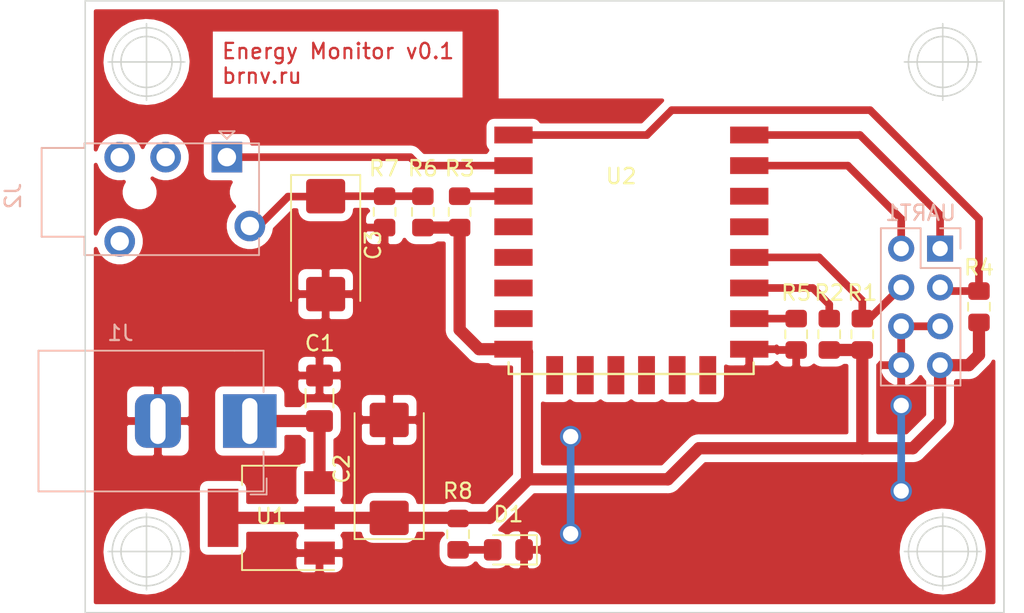
<source format=kicad_pcb>
(kicad_pcb (version 20171130) (host pcbnew "(5.1.2-1)-1")

  (general
    (thickness 1.6)
    (drawings 13)
    (tracks 67)
    (zones 0)
    (modules 17)
    (nets 28)
  )

  (page A4)
  (layers
    (0 F.Cu signal)
    (31 B.Cu signal)
    (32 B.Adhes user)
    (33 F.Adhes user)
    (34 B.Paste user)
    (35 F.Paste user)
    (36 B.SilkS user)
    (37 F.SilkS user)
    (38 B.Mask user)
    (39 F.Mask user)
    (40 Dwgs.User user)
    (41 Cmts.User user)
    (42 Eco1.User user)
    (43 Eco2.User user)
    (44 Edge.Cuts user)
    (45 Margin user)
    (46 B.CrtYd user)
    (47 F.CrtYd user)
    (48 B.Fab user)
    (49 F.Fab user)
  )

  (setup
    (last_trace_width 0.5)
    (trace_clearance 0.3)
    (zone_clearance 0.508)
    (zone_45_only no)
    (trace_min 0.2)
    (via_size 1.4)
    (via_drill 1)
    (via_min_size 0.4)
    (via_min_drill 0.3)
    (uvia_size 0.3)
    (uvia_drill 0.1)
    (uvias_allowed no)
    (uvia_min_size 0.2)
    (uvia_min_drill 0.1)
    (edge_width 0.05)
    (segment_width 0.2)
    (pcb_text_width 0.3)
    (pcb_text_size 1.5 1.5)
    (mod_edge_width 0.12)
    (mod_text_size 1 1)
    (mod_text_width 0.15)
    (pad_size 2 2)
    (pad_drill 1.2)
    (pad_to_mask_clearance 0.051)
    (solder_mask_min_width 0.25)
    (aux_axis_origin 0 0)
    (visible_elements FFFFFF7F)
    (pcbplotparams
      (layerselection 0x00020_7ffffffe)
      (usegerberextensions false)
      (usegerberattributes false)
      (usegerberadvancedattributes false)
      (creategerberjobfile false)
      (excludeedgelayer false)
      (linewidth 0.100000)
      (plotframeref false)
      (viasonmask false)
      (mode 1)
      (useauxorigin false)
      (hpglpennumber 1)
      (hpglpenspeed 20)
      (hpglpendiameter 15.000000)
      (psnegative false)
      (psa4output false)
      (plotreference true)
      (plotvalue true)
      (plotinvisibletext false)
      (padsonsilk false)
      (subtractmaskfromsilk false)
      (outputformat 4)
      (mirror false)
      (drillshape 1)
      (scaleselection 1)
      (outputdirectory "fab"))
  )

  (net 0 "")
  (net 1 +5V)
  (net 2 VCC)
  (net 3 "Net-(C3-Pad1)")
  (net 4 ADC)
  (net 5 GPIO0)
  (net 6 GPIO2)
  (net 7 CH_PD)
  (net 8 RST)
  (net 9 "Net-(R5-Pad2)")
  (net 10 "Net-(U2-Pad22)")
  (net 11 "Net-(U2-Pad21)")
  (net 12 "Net-(U2-Pad20)")
  (net 13 "Net-(U2-Pad19)")
  (net 14 "Net-(U2-Pad18)")
  (net 15 "Net-(U2-Pad17)")
  (net 16 TX)
  (net 17 RX)
  (net 18 "Net-(U2-Pad14)")
  (net 19 "Net-(U2-Pad13)")
  (net 20 "Net-(U2-Pad7)")
  (net 21 "Net-(U2-Pad6)")
  (net 22 "Net-(U2-Pad5)")
  (net 23 "Net-(U2-Pad4)")
  (net 24 "Net-(D1-Pad2)")
  (net 25 "Net-(J2-PadR2)")
  (net 26 "Net-(J2-PadR1)")
  (net 27 GND)

  (net_class Default "This is the default net class."
    (clearance 0.3)
    (trace_width 0.5)
    (via_dia 1.4)
    (via_drill 1)
    (uvia_dia 0.3)
    (uvia_drill 0.1)
    (add_net ADC)
    (add_net CH_PD)
    (add_net GND)
    (add_net GPIO0)
    (add_net GPIO2)
    (add_net "Net-(C3-Pad1)")
    (add_net "Net-(D1-Pad2)")
    (add_net "Net-(J2-PadR1)")
    (add_net "Net-(J2-PadR2)")
    (add_net "Net-(R5-Pad2)")
    (add_net "Net-(U2-Pad13)")
    (add_net "Net-(U2-Pad14)")
    (add_net "Net-(U2-Pad17)")
    (add_net "Net-(U2-Pad18)")
    (add_net "Net-(U2-Pad19)")
    (add_net "Net-(U2-Pad20)")
    (add_net "Net-(U2-Pad21)")
    (add_net "Net-(U2-Pad22)")
    (add_net "Net-(U2-Pad4)")
    (add_net "Net-(U2-Pad5)")
    (add_net "Net-(U2-Pad6)")
    (add_net "Net-(U2-Pad7)")
    (add_net RST)
    (add_net RX)
    (add_net TX)
  )

  (net_class VCC ""
    (clearance 0.4)
    (trace_width 0.8)
    (via_dia 1.4)
    (via_drill 1)
    (uvia_dia 0.3)
    (uvia_drill 0.1)
    (add_net +5V)
    (add_net VCC)
  )

  (module Capacitor_Tantalum_SMD:CP_EIA-7343-31_Kemet-D_Pad2.25x2.55mm_HandSolder (layer F.Cu) (tedit 5B301BBE) (tstamp 5D2A175C)
    (at 123.7 65.975001 270)
    (descr "Tantalum Capacitor SMD Kemet-D (7343-31 Metric), IPC_7351 nominal, (Body size from: http://www.kemet.com/Lists/ProductCatalog/Attachments/253/KEM_TC101_STD.pdf), generated with kicad-footprint-generator")
    (tags "capacitor tantalum")
    (path /5D2A1B3C)
    (attr smd)
    (fp_text reference C3 (at 0 -3.1 90) (layer F.SilkS)
      (effects (font (size 1 1) (thickness 0.15)))
    )
    (fp_text value 100uF (at 0 3.1 90) (layer F.Fab)
      (effects (font (size 1 1) (thickness 0.15)))
    )
    (fp_text user %R (at 0 0 90) (layer F.Fab)
      (effects (font (size 1 1) (thickness 0.15)))
    )
    (fp_line (start 4.58 2.4) (end -4.58 2.4) (layer F.CrtYd) (width 0.05))
    (fp_line (start 4.58 -2.4) (end 4.58 2.4) (layer F.CrtYd) (width 0.05))
    (fp_line (start -4.58 -2.4) (end 4.58 -2.4) (layer F.CrtYd) (width 0.05))
    (fp_line (start -4.58 2.4) (end -4.58 -2.4) (layer F.CrtYd) (width 0.05))
    (fp_line (start -4.585 2.26) (end 3.65 2.26) (layer F.SilkS) (width 0.12))
    (fp_line (start -4.585 -2.26) (end -4.585 2.26) (layer F.SilkS) (width 0.12))
    (fp_line (start 3.65 -2.26) (end -4.585 -2.26) (layer F.SilkS) (width 0.12))
    (fp_line (start 3.65 2.15) (end 3.65 -2.15) (layer F.Fab) (width 0.1))
    (fp_line (start -3.65 2.15) (end 3.65 2.15) (layer F.Fab) (width 0.1))
    (fp_line (start -3.65 -1.15) (end -3.65 2.15) (layer F.Fab) (width 0.1))
    (fp_line (start -2.65 -2.15) (end -3.65 -1.15) (layer F.Fab) (width 0.1))
    (fp_line (start 3.65 -2.15) (end -2.65 -2.15) (layer F.Fab) (width 0.1))
    (pad 2 smd roundrect (at 3.2 0 270) (size 2.25 2.55) (layers F.Cu F.Paste F.Mask) (roundrect_rratio 0.111111)
      (net 27 GND))
    (pad 1 smd roundrect (at -3.2 0 270) (size 2.25 2.55) (layers F.Cu F.Paste F.Mask) (roundrect_rratio 0.111111)
      (net 3 "Net-(C3-Pad1)"))
    (model ${KISYS3DMOD}/Capacitor_Tantalum_SMD.3dshapes/CP_EIA-7343-31_Kemet-D.wrl
      (at (xyz 0 0 0))
      (scale (xyz 1 1 1))
      (rotate (xyz 0 0 0))
    )
  )

  (module Capacitor_Tantalum_SMD:CP_EIA-7343-31_Kemet-D_Pad2.25x2.55mm_HandSolder (layer F.Cu) (tedit 5B301BBE) (tstamp 5D40D49C)
    (at 127.85 80.6 90)
    (descr "Tantalum Capacitor SMD Kemet-D (7343-31 Metric), IPC_7351 nominal, (Body size from: http://www.kemet.com/Lists/ProductCatalog/Attachments/253/KEM_TC101_STD.pdf), generated with kicad-footprint-generator")
    (tags "capacitor tantalum")
    (path /5C0E97AC)
    (attr smd)
    (fp_text reference C2 (at 0 -3.1 90) (layer F.SilkS)
      (effects (font (size 1 1) (thickness 0.15)))
    )
    (fp_text value 100uF (at 0 3.1 90) (layer F.Fab)
      (effects (font (size 1 1) (thickness 0.15)))
    )
    (fp_text user %R (at 0 0 90) (layer F.Fab)
      (effects (font (size 1 1) (thickness 0.15)))
    )
    (fp_line (start 4.58 2.4) (end -4.58 2.4) (layer F.CrtYd) (width 0.05))
    (fp_line (start 4.58 -2.4) (end 4.58 2.4) (layer F.CrtYd) (width 0.05))
    (fp_line (start -4.58 -2.4) (end 4.58 -2.4) (layer F.CrtYd) (width 0.05))
    (fp_line (start -4.58 2.4) (end -4.58 -2.4) (layer F.CrtYd) (width 0.05))
    (fp_line (start -4.585 2.26) (end 3.65 2.26) (layer F.SilkS) (width 0.12))
    (fp_line (start -4.585 -2.26) (end -4.585 2.26) (layer F.SilkS) (width 0.12))
    (fp_line (start 3.65 -2.26) (end -4.585 -2.26) (layer F.SilkS) (width 0.12))
    (fp_line (start 3.65 2.15) (end 3.65 -2.15) (layer F.Fab) (width 0.1))
    (fp_line (start -3.65 2.15) (end 3.65 2.15) (layer F.Fab) (width 0.1))
    (fp_line (start -3.65 -1.15) (end -3.65 2.15) (layer F.Fab) (width 0.1))
    (fp_line (start -2.65 -2.15) (end -3.65 -1.15) (layer F.Fab) (width 0.1))
    (fp_line (start 3.65 -2.15) (end -2.65 -2.15) (layer F.Fab) (width 0.1))
    (pad 2 smd roundrect (at 3.2 0 90) (size 2.25 2.55) (layers F.Cu F.Paste F.Mask) (roundrect_rratio 0.111111)
      (net 27 GND))
    (pad 1 smd roundrect (at -3.2 0 90) (size 2.25 2.55) (layers F.Cu F.Paste F.Mask) (roundrect_rratio 0.111111)
      (net 2 VCC))
    (model ${KISYS3DMOD}/Capacitor_Tantalum_SMD.3dshapes/CP_EIA-7343-31_Kemet-D.wrl
      (at (xyz 0 0 0))
      (scale (xyz 1 1 1))
      (rotate (xyz 0 0 0))
    )
  )

  (module Connector_PinHeader_2.54mm:PinHeader_2x04_P2.54mm_Vertical (layer B.Cu) (tedit 59FED5CC) (tstamp 5D40DAC9)
    (at 163.83 66.2 180)
    (descr "Through hole straight pin header, 2x04, 2.54mm pitch, double rows")
    (tags "Through hole pin header THT 2x04 2.54mm double row")
    (path /5D32DECC)
    (fp_text reference UART1 (at 1.27 2.33) (layer B.SilkS)
      (effects (font (size 1 1) (thickness 0.15)) (justify mirror))
    )
    (fp_text value Conn_01x04_Male (at 1.27 -9.95) (layer B.Fab)
      (effects (font (size 1 1) (thickness 0.15)) (justify mirror))
    )
    (fp_text user %R (at 1.27 -3.81 270) (layer B.Fab)
      (effects (font (size 1 1) (thickness 0.15)) (justify mirror))
    )
    (fp_line (start 4.35 1.8) (end -1.8 1.8) (layer B.CrtYd) (width 0.05))
    (fp_line (start 4.35 -9.4) (end 4.35 1.8) (layer B.CrtYd) (width 0.05))
    (fp_line (start -1.8 -9.4) (end 4.35 -9.4) (layer B.CrtYd) (width 0.05))
    (fp_line (start -1.8 1.8) (end -1.8 -9.4) (layer B.CrtYd) (width 0.05))
    (fp_line (start -1.33 1.33) (end 0 1.33) (layer B.SilkS) (width 0.12))
    (fp_line (start -1.33 0) (end -1.33 1.33) (layer B.SilkS) (width 0.12))
    (fp_line (start 1.27 1.33) (end 3.87 1.33) (layer B.SilkS) (width 0.12))
    (fp_line (start 1.27 -1.27) (end 1.27 1.33) (layer B.SilkS) (width 0.12))
    (fp_line (start -1.33 -1.27) (end 1.27 -1.27) (layer B.SilkS) (width 0.12))
    (fp_line (start 3.87 1.33) (end 3.87 -8.95) (layer B.SilkS) (width 0.12))
    (fp_line (start -1.33 -1.27) (end -1.33 -8.95) (layer B.SilkS) (width 0.12))
    (fp_line (start -1.33 -8.95) (end 3.87 -8.95) (layer B.SilkS) (width 0.12))
    (fp_line (start -1.27 0) (end 0 1.27) (layer B.Fab) (width 0.1))
    (fp_line (start -1.27 -8.89) (end -1.27 0) (layer B.Fab) (width 0.1))
    (fp_line (start 3.81 -8.89) (end -1.27 -8.89) (layer B.Fab) (width 0.1))
    (fp_line (start 3.81 1.27) (end 3.81 -8.89) (layer B.Fab) (width 0.1))
    (fp_line (start 0 1.27) (end 3.81 1.27) (layer B.Fab) (width 0.1))
    (pad 8 thru_hole oval (at 2.54 -7.62 180) (size 1.7 1.7) (drill 1) (layers *.Cu *.Mask)
      (net 27 GND))
    (pad 7 thru_hole oval (at 0 -7.62 180) (size 1.7 1.7) (drill 1) (layers *.Cu *.Mask)
      (net 2 VCC))
    (pad 6 thru_hole oval (at 2.54 -5.08 180) (size 1.7 1.7) (drill 1) (layers *.Cu *.Mask)
      (net 27 GND))
    (pad 5 thru_hole oval (at 0 -5.08 180) (size 1.7 1.7) (drill 1) (layers *.Cu *.Mask)
      (net 27 GND))
    (pad 4 thru_hole oval (at 2.54 -2.54 180) (size 1.7 1.7) (drill 1) (layers *.Cu *.Mask)
      (net 5 GPIO0))
    (pad 3 thru_hole oval (at 0 -2.54 180) (size 1.7 1.7) (drill 1) (layers *.Cu *.Mask)
      (net 8 RST))
    (pad 2 thru_hole oval (at 2.54 0 180) (size 1.7 1.7) (drill 1) (layers *.Cu *.Mask)
      (net 17 RX))
    (pad 1 thru_hole rect (at 0 0 180) (size 1.7 1.7) (drill 1) (layers *.Cu *.Mask)
      (net 16 TX))
    (model ${KISYS3DMOD}/Connector_PinHeader_2.54mm.3dshapes/PinHeader_2x04_P2.54mm_Vertical.wrl
      (at (xyz 0 0 0))
      (scale (xyz 1 1 1))
      (rotate (xyz 0 0 0))
    )
  )

  (module Connector_Audio:Jack_3.5mm_PJ320E_Horizontal (layer B.Cu) (tedit 5D40B73D) (tstamp 5D2A3BFA)
    (at 117.25 60.222 270)
    (descr "Headphones with microphone connector, 3.5mm, 4 pins (http://www.qingpu-electronics.com/en/products/WQP-PJ320E-177.html)")
    (tags "3.5mm jack mic microphone phones headphones 4pins audio plug")
    (path /5D29C0F9)
    (fp_text reference J2 (at 2.54 13.97 90) (layer B.SilkS)
      (effects (font (size 1 1) (thickness 0.15)) (justify mirror))
    )
    (fp_text value SCT-013 (at 2.54 -5.08 90) (layer B.Fab)
      (effects (font (size 1 1) (thickness 0.15)) (justify mirror))
    )
    (fp_circle (center 0.9 0) (end 1.2 -0.15) (layer B.Fab) (width 0.12))
    (fp_line (start -1.3 12.5) (end 6.8 12.5) (layer B.CrtYd) (width 0.05))
    (fp_line (start -0.6 9.3) (end -0.6 12.1) (layer B.SilkS) (width 0.12))
    (fp_line (start 5.2 9.3) (end 5.2 12.1) (layer B.SilkS) (width 0.12))
    (fp_line (start 6.4 9.3) (end 6.4 -2.1) (layer B.SilkS) (width 0.12))
    (fp_line (start 5.2 12.1) (end -0.6 12.1) (layer B.SilkS) (width 0.12))
    (fp_line (start -0.9 9.3) (end -0.6 9.3) (layer B.SilkS) (width 0.12))
    (fp_line (start 5.2 9.3) (end 6.4 9.3) (layer B.SilkS) (width 0.12))
    (fp_line (start 6.8 12.5) (end 6.8 -3) (layer B.CrtYd) (width 0.05))
    (fp_line (start -1.3 12.5) (end -1.3 -3) (layer B.CrtYd) (width 0.05))
    (fp_line (start -1.3 -3) (end 6.8 -3) (layer B.CrtYd) (width 0.05))
    (fp_line (start 6.4 -2.1) (end 5.3 -2.1) (layer B.SilkS) (width 0.12))
    (fp_line (start -0.9 -2.1) (end 3.7 -2.1) (layer B.SilkS) (width 0.12))
    (fp_line (start -0.9 9.3) (end -0.9 -2.1) (layer B.SilkS) (width 0.12))
    (fp_line (start 6.3 -2) (end 5.3 -2) (layer B.Fab) (width 0.1))
    (fp_line (start 6.3 9.2) (end 6.3 -2) (layer B.Fab) (width 0.1))
    (fp_line (start 5.1 9.2) (end 6.3 9.2) (layer B.Fab) (width 0.1))
    (fp_line (start 5.1 12) (end 5.1 9.2) (layer B.Fab) (width 0.1))
    (fp_line (start -0.5 12) (end 5.1 12) (layer B.Fab) (width 0.1))
    (fp_line (start -0.5 9.2) (end -0.5 12) (layer B.Fab) (width 0.1))
    (fp_line (start -0.8 9.2) (end -0.5 9.2) (layer B.Fab) (width 0.1))
    (fp_line (start -0.8 -2) (end -0.8 9.2) (layer B.Fab) (width 0.1))
    (fp_line (start 3.7 -2) (end -0.8 -2) (layer B.Fab) (width 0.1))
    (fp_line (start -1.2 0) (end -1.7 0.5) (layer B.SilkS) (width 0.12))
    (fp_line (start -1.7 0.5) (end -1.7 -0.5) (layer B.SilkS) (width 0.12))
    (fp_line (start -1.7 -0.5) (end -1.2 0) (layer B.SilkS) (width 0.12))
    (fp_text user %R (at 2.54 13.97 90) (layer B.Fab)
      (effects (font (size 1 1) (thickness 0.15)) (justify mirror))
    )
    (pad "" np_thru_hole circle (at 2.3 -1.3) (size 1.2 1.2) (drill 1.2) (layers *.Cu *.Mask))
    (pad "" np_thru_hole circle (at 2.3 5.7) (size 1.2 1.2) (drill 1.2) (layers *.Cu *.Mask))
    (pad R2 thru_hole circle (at 0 7) (size 2 2) (drill 1.2) (layers *.Cu *.Mask)
      (net 25 "Net-(J2-PadR2)"))
    (pad R1 thru_hole circle (at 0 4) (size 2 2) (drill 1.2) (layers *.Cu *.Mask)
      (net 26 "Net-(J2-PadR1)"))
    (pad T thru_hole rect (at 0 0) (size 2 2) (drill 1.2) (layers *.Cu *.Mask)
      (net 4 ADC))
    (pad S thru_hole circle (at 4.5 -1.5) (size 2 2) (drill 1.2) (layers *.Cu *.Mask)
      (net 3 "Net-(C3-Pad1)"))
    (pad "" thru_hole circle (at 5.5 7) (size 2 2) (drill 1.2) (layers *.Cu *.Mask))
    (model ${KISYS3DMOD}/Connector_Audio.3dshapes/Jack_3.5mm_PJ320E_Horizontal.wrl
      (at (xyz 0 0 0))
      (scale (xyz 1 1 1))
      (rotate (xyz 0 0 0))
    )
  )

  (module Connector_BarrelJack:BarrelJack_Horizontal (layer B.Cu) (tedit 5D2B7F5B) (tstamp 5D2A1771)
    (at 118.745 77.47)
    (descr "DC Barrel Jack")
    (tags "Power Jack")
    (path /5D2C423A)
    (fp_text reference J1 (at -8.45 -5.75) (layer B.SilkS)
      (effects (font (size 1 1) (thickness 0.15)) (justify mirror))
    )
    (fp_text value DC_IN (at -6.2 5.5) (layer B.Fab)
      (effects (font (size 1 1) (thickness 0.15)) (justify mirror))
    )
    (fp_line (start 0 4.5) (end -13.7 4.5) (layer B.Fab) (width 0.1))
    (fp_line (start 0.8 -4.5) (end 0.8 3.75) (layer B.Fab) (width 0.1))
    (fp_line (start -13.7 -4.5) (end 0.8 -4.5) (layer B.Fab) (width 0.1))
    (fp_line (start -13.7 4.5) (end -13.7 -4.5) (layer B.Fab) (width 0.1))
    (fp_line (start -10.2 4.5) (end -10.2 -4.5) (layer B.Fab) (width 0.1))
    (fp_line (start 0.9 4.6) (end 0.9 2) (layer B.SilkS) (width 0.12))
    (fp_line (start -13.8 4.6) (end 0.9 4.6) (layer B.SilkS) (width 0.12))
    (fp_line (start 0.9 -4.6) (end -1 -4.6) (layer B.SilkS) (width 0.12))
    (fp_line (start 0.9 -1.9) (end 0.9 -4.6) (layer B.SilkS) (width 0.12))
    (fp_line (start -13.8 -4.6) (end -13.8 4.6) (layer B.SilkS) (width 0.12))
    (fp_line (start -1 -4.6) (end -13.8 -4.6) (layer B.SilkS) (width 0.12))
    (fp_line (start -14 -4.75) (end -14 4.75) (layer B.CrtYd) (width 0.05))
    (fp_line (start -1 -4.75) (end -14 -4.75) (layer B.CrtYd) (width 0.05))
    (fp_line (start 1 -4.75) (end -1 -4.75) (layer B.CrtYd) (width 0.05))
    (fp_line (start 1 -2) (end 1 -4.75) (layer B.CrtYd) (width 0.05))
    (fp_line (start 2 -2) (end 1 -2) (layer B.CrtYd) (width 0.05))
    (fp_line (start 2 2) (end 2 -2) (layer B.CrtYd) (width 0.05))
    (fp_line (start 1 2) (end 2 2) (layer B.CrtYd) (width 0.05))
    (fp_line (start 1 4.5) (end 1 2) (layer B.CrtYd) (width 0.05))
    (fp_line (start 1 4.75) (end -14 4.75) (layer B.CrtYd) (width 0.05))
    (fp_line (start 1 4.5) (end 1 4.75) (layer B.CrtYd) (width 0.05))
    (fp_line (start 0.05 4.8) (end 1.1 4.8) (layer B.SilkS) (width 0.12))
    (fp_line (start 1.1 3.75) (end 1.1 4.8) (layer B.SilkS) (width 0.12))
    (fp_line (start -0.003213 4.505425) (end 0.8 3.75) (layer B.Fab) (width 0.1))
    (fp_text user %R (at -3 2.95) (layer B.Fab)
      (effects (font (size 1 1) (thickness 0.15)) (justify mirror))
    )
    (pad 2 thru_hole roundrect (at -6 0) (size 3 3.5) (drill oval 1 3) (layers *.Mask F.Cu) (roundrect_rratio 0.25)
      (net 27 GND))
    (pad 1 thru_hole rect (at 0 0) (size 3.5 3.5) (drill oval 1 3) (layers *.Mask F.Cu)
      (net 1 +5V))
    (model ${KISYS3DMOD}/Connector_BarrelJack.3dshapes/BarrelJack_Horizontal.wrl
      (at (xyz 0 0 0))
      (scale (xyz 1 1 1))
      (rotate (xyz 0 0 0))
    )
  )

  (module Resistor_SMD:R_0805_2012Metric_Pad1.15x1.40mm_HandSolder (layer F.Cu) (tedit 5B36C52B) (tstamp 5D2A7728)
    (at 132.352 84.865 90)
    (descr "Resistor SMD 0805 (2012 Metric), square (rectangular) end terminal, IPC_7351 nominal with elongated pad for handsoldering. (Body size source: https://docs.google.com/spreadsheets/d/1BsfQQcO9C6DZCsRaXUlFlo91Tg2WpOkGARC1WS5S8t0/edit?usp=sharing), generated with kicad-footprint-generator")
    (tags "resistor handsolder")
    (path /5D33A872)
    (attr smd)
    (fp_text reference R8 (at 2.823 -0.018 180) (layer F.SilkS)
      (effects (font (size 1 1) (thickness 0.15)))
    )
    (fp_text value 160R (at 0 1.65 90) (layer F.Fab)
      (effects (font (size 1 1) (thickness 0.15)))
    )
    (fp_text user %R (at 0 0 90) (layer F.Fab)
      (effects (font (size 0.5 0.5) (thickness 0.08)))
    )
    (fp_line (start 1.85 0.95) (end -1.85 0.95) (layer F.CrtYd) (width 0.05))
    (fp_line (start 1.85 -0.95) (end 1.85 0.95) (layer F.CrtYd) (width 0.05))
    (fp_line (start -1.85 -0.95) (end 1.85 -0.95) (layer F.CrtYd) (width 0.05))
    (fp_line (start -1.85 0.95) (end -1.85 -0.95) (layer F.CrtYd) (width 0.05))
    (fp_line (start -0.261252 0.71) (end 0.261252 0.71) (layer F.SilkS) (width 0.12))
    (fp_line (start -0.261252 -0.71) (end 0.261252 -0.71) (layer F.SilkS) (width 0.12))
    (fp_line (start 1 0.6) (end -1 0.6) (layer F.Fab) (width 0.1))
    (fp_line (start 1 -0.6) (end 1 0.6) (layer F.Fab) (width 0.1))
    (fp_line (start -1 -0.6) (end 1 -0.6) (layer F.Fab) (width 0.1))
    (fp_line (start -1 0.6) (end -1 -0.6) (layer F.Fab) (width 0.1))
    (pad 2 smd roundrect (at 1.025 0 90) (size 1.15 1.4) (layers F.Cu F.Paste F.Mask) (roundrect_rratio 0.217391)
      (net 2 VCC))
    (pad 1 smd roundrect (at -1.025 0 90) (size 1.15 1.4) (layers F.Cu F.Paste F.Mask) (roundrect_rratio 0.217391)
      (net 24 "Net-(D1-Pad2)"))
    (model ${KISYS3DMOD}/Resistor_SMD.3dshapes/R_0805_2012Metric.wrl
      (at (xyz 0 0 0))
      (scale (xyz 1 1 1))
      (rotate (xyz 0 0 0))
    )
  )

  (module LED_SMD:LED_0805_2012Metric_Pad1.15x1.40mm_HandSolder (layer F.Cu) (tedit 5B4B45C9) (tstamp 5D2A7577)
    (at 135.636 85.89 180)
    (descr "LED SMD 0805 (2012 Metric), square (rectangular) end terminal, IPC_7351 nominal, (Body size source: https://docs.google.com/spreadsheets/d/1BsfQQcO9C6DZCsRaXUlFlo91Tg2WpOkGARC1WS5S8t0/edit?usp=sharing), generated with kicad-footprint-generator")
    (tags "LED handsolder")
    (path /5D339216)
    (attr smd)
    (fp_text reference D1 (at 0 2.324) (layer F.SilkS)
      (effects (font (size 1 1) (thickness 0.15)))
    )
    (fp_text value LED (at 0 1.65) (layer F.Fab)
      (effects (font (size 1 1) (thickness 0.15)))
    )
    (fp_text user %R (at 0 0) (layer F.Fab)
      (effects (font (size 0.5 0.5) (thickness 0.08)))
    )
    (fp_line (start 1.85 0.95) (end -1.85 0.95) (layer F.CrtYd) (width 0.05))
    (fp_line (start 1.85 -0.95) (end 1.85 0.95) (layer F.CrtYd) (width 0.05))
    (fp_line (start -1.85 -0.95) (end 1.85 -0.95) (layer F.CrtYd) (width 0.05))
    (fp_line (start -1.85 0.95) (end -1.85 -0.95) (layer F.CrtYd) (width 0.05))
    (fp_line (start -1.86 0.96) (end 1 0.96) (layer F.SilkS) (width 0.12))
    (fp_line (start -1.86 -0.96) (end -1.86 0.96) (layer F.SilkS) (width 0.12))
    (fp_line (start 1 -0.96) (end -1.86 -0.96) (layer F.SilkS) (width 0.12))
    (fp_line (start 1 0.6) (end 1 -0.6) (layer F.Fab) (width 0.1))
    (fp_line (start -1 0.6) (end 1 0.6) (layer F.Fab) (width 0.1))
    (fp_line (start -1 -0.3) (end -1 0.6) (layer F.Fab) (width 0.1))
    (fp_line (start -0.7 -0.6) (end -1 -0.3) (layer F.Fab) (width 0.1))
    (fp_line (start 1 -0.6) (end -0.7 -0.6) (layer F.Fab) (width 0.1))
    (pad 2 smd roundrect (at 1.025 0 180) (size 1.15 1.4) (layers F.Cu F.Paste F.Mask) (roundrect_rratio 0.217391)
      (net 24 "Net-(D1-Pad2)"))
    (pad 1 smd roundrect (at -1.025 0 180) (size 1.15 1.4) (layers F.Cu F.Paste F.Mask) (roundrect_rratio 0.217391)
      (net 27 GND))
    (model ${KISYS3DMOD}/LED_SMD.3dshapes/LED_0805_2012Metric.wrl
      (at (xyz 0 0 0))
      (scale (xyz 1 1 1))
      (rotate (xyz 0 0 0))
    )
  )

  (module ESP8266:ESP-12E_SMD (layer F.Cu) (tedit 5BF86005) (tstamp 5D2A187B)
    (at 136.6665 58.775001)
    (descr "Module, ESP-8266, ESP-12, 16 pad, SMD")
    (tags "Module ESP-8266 ESP8266")
    (path /5D29C830)
    (attr virtual)
    (fp_text reference U2 (at 6.3355 2.692999 180) (layer F.SilkS)
      (effects (font (size 1 1) (thickness 0.15)))
    )
    (fp_text value ESP-12F (at 5.08 6.35 90) (layer F.Fab) hide
      (effects (font (size 1 1) (thickness 0.15)))
    )
    (fp_line (start -1.008 -8.4) (end 14.992 -8.4) (layer F.Fab) (width 0.05))
    (fp_line (start -1.008 15.6) (end -1.008 -8.4) (layer F.Fab) (width 0.05))
    (fp_line (start 14.992 15.6) (end -1.008 15.6) (layer F.Fab) (width 0.05))
    (fp_line (start 15 -8.4) (end 15 15.6) (layer F.Fab) (width 0.05))
    (fp_line (start -1.008 -2.6) (end 14.992 -2.6) (layer F.CrtYd) (width 0.1524))
    (fp_text user "No Copper" (at 6.892 -5.4) (layer F.CrtYd)
      (effects (font (size 1 1) (thickness 0.15)))
    )
    (fp_line (start -1.008 -8.4) (end 14.992 -2.6) (layer F.CrtYd) (width 0.1524))
    (fp_line (start 14.992 -8.4) (end -1.008 -2.6) (layer F.CrtYd) (width 0.1524))
    (fp_line (start 14.986 15.621) (end 14.986 14.859) (layer F.SilkS) (width 0.1524))
    (fp_line (start -1.016 15.621) (end 14.986 15.621) (layer F.SilkS) (width 0.1524))
    (fp_line (start -1.016 14.859) (end -1.016 15.621) (layer F.SilkS) (width 0.1524))
    (fp_line (start -1.016 -8.382) (end -1.016 -1.016) (layer F.CrtYd) (width 0.1524))
    (fp_line (start 14.986 -8.382) (end 14.986 -0.889) (layer F.CrtYd) (width 0.1524))
    (fp_line (start -1.016 -8.382) (end 14.986 -8.382) (layer F.CrtYd) (width 0.1524))
    (fp_line (start -2.25 16) (end -2.25 -0.5) (layer F.CrtYd) (width 0.05))
    (fp_line (start 16.25 16) (end -2.25 16) (layer F.CrtYd) (width 0.05))
    (fp_line (start 16.25 -8.75) (end 16.25 16) (layer F.CrtYd) (width 0.05))
    (fp_line (start 15.25 -8.75) (end 16.25 -8.75) (layer F.CrtYd) (width 0.05))
    (fp_line (start -2.25 -8.75) (end 15.25 -8.75) (layer F.CrtYd) (width 0.05))
    (fp_line (start -2.25 -0.5) (end -2.25 -8.75) (layer F.CrtYd) (width 0.05))
    (pad 22 smd rect (at 11.99 15 90) (size 2.5 1.1) (drill (offset -0.7 0)) (layers F.Cu F.Paste F.Mask)
      (net 10 "Net-(U2-Pad22)"))
    (pad 21 smd rect (at 9.99 15 90) (size 2.5 1.1) (drill (offset -0.7 0)) (layers F.Cu F.Paste F.Mask)
      (net 11 "Net-(U2-Pad21)"))
    (pad 20 smd rect (at 7.99 15 90) (size 2.5 1.1) (drill (offset -0.7 0)) (layers F.Cu F.Paste F.Mask)
      (net 12 "Net-(U2-Pad20)"))
    (pad 19 smd rect (at 5.99 15 90) (size 2.5 1.1) (drill (offset -0.7 0)) (layers F.Cu F.Paste F.Mask)
      (net 13 "Net-(U2-Pad19)"))
    (pad 18 smd rect (at 3.99 15 90) (size 2.5 1.1) (drill (offset -0.7 0)) (layers F.Cu F.Paste F.Mask)
      (net 14 "Net-(U2-Pad18)"))
    (pad 17 smd rect (at 1.99 15 90) (size 2.5 1.1) (drill (offset -0.7 0)) (layers F.Cu F.Paste F.Mask)
      (net 15 "Net-(U2-Pad17)"))
    (pad 16 smd rect (at 14 0) (size 2.5 1.1) (drill (offset 0.7 0)) (layers F.Cu F.Paste F.Mask)
      (net 16 TX))
    (pad 15 smd rect (at 14 2) (size 2.5 1.1) (drill (offset 0.7 0)) (layers F.Cu F.Paste F.Mask)
      (net 17 RX))
    (pad 14 smd rect (at 14 4) (size 2.5 1.1) (drill (offset 0.7 0)) (layers F.Cu F.Paste F.Mask)
      (net 18 "Net-(U2-Pad14)"))
    (pad 13 smd rect (at 14 6) (size 2.5 1.1) (drill (offset 0.7 0)) (layers F.Cu F.Paste F.Mask)
      (net 19 "Net-(U2-Pad13)"))
    (pad 12 smd rect (at 14 8) (size 2.5 1.1) (drill (offset 0.7 0)) (layers F.Cu F.Paste F.Mask)
      (net 5 GPIO0))
    (pad 11 smd rect (at 14 10) (size 2.5 1.1) (drill (offset 0.7 0)) (layers F.Cu F.Paste F.Mask)
      (net 6 GPIO2))
    (pad 10 smd rect (at 14 12) (size 2.5 1.1) (drill (offset 0.7 0)) (layers F.Cu F.Paste F.Mask)
      (net 9 "Net-(R5-Pad2)"))
    (pad 9 smd rect (at 14 14) (size 2.5 1.1) (drill (offset 0.7 0)) (layers F.Cu F.Paste F.Mask)
      (net 27 GND))
    (pad 8 smd rect (at 0 14) (size 2.5 1.1) (drill (offset -0.7 0)) (layers F.Cu F.Paste F.Mask)
      (net 2 VCC))
    (pad 7 smd rect (at 0 12) (size 2.5 1.1) (drill (offset -0.7 0)) (layers F.Cu F.Paste F.Mask)
      (net 20 "Net-(U2-Pad7)"))
    (pad 6 smd rect (at 0 10) (size 2.5 1.1) (drill (offset -0.7 0)) (layers F.Cu F.Paste F.Mask)
      (net 21 "Net-(U2-Pad6)"))
    (pad 5 smd rect (at 0 8) (size 2.5 1.1) (drill (offset -0.7 0)) (layers F.Cu F.Paste F.Mask)
      (net 22 "Net-(U2-Pad5)"))
    (pad 4 smd rect (at 0 6) (size 2.5 1.1) (drill (offset -0.7 0)) (layers F.Cu F.Paste F.Mask)
      (net 23 "Net-(U2-Pad4)"))
    (pad 3 smd rect (at 0 4) (size 2.5 1.1) (drill (offset -0.7 0)) (layers F.Cu F.Paste F.Mask)
      (net 7 CH_PD))
    (pad 2 smd rect (at 0 2) (size 2.5 1.1) (drill (offset -0.7 0)) (layers F.Cu F.Paste F.Mask)
      (net 4 ADC))
    (pad 1 smd rect (at 0 0) (size 2.5 1.1) (drill (offset -0.7 0)) (layers F.Cu F.Paste F.Mask)
      (net 8 RST))
    (model ${ESPLIB}/ESP8266.3dshapes/ESP-12.wrl
      (at (xyz 0 0 0))
      (scale (xyz 0.3937 0.3937 0.3937))
      (rotate (xyz 0 0 0))
    )
    (model /Users/h4/kicad/libraries/kicad-ESP8266/ESP8266.3dshapes/ESP-12E.wrl
      (at (xyz 0 0 0))
      (scale (xyz 1 1 1))
      (rotate (xyz 0 0 0))
    )
  )

  (module Package_TO_SOT_SMD:SOT-223-3_TabPin2 (layer F.Cu) (tedit 5A02FF57) (tstamp 5D2A184D)
    (at 120.15 83.8 180)
    (descr "module CMS SOT223 4 pins")
    (tags "CMS SOT")
    (path /5C0D8350)
    (attr smd)
    (fp_text reference U1 (at 0.008 0.107) (layer F.SilkS)
      (effects (font (size 1 1) (thickness 0.15)))
    )
    (fp_text value LM1117-3.3 (at 0 4.5) (layer F.Fab)
      (effects (font (size 1 1) (thickness 0.15)))
    )
    (fp_line (start 1.85 -3.35) (end 1.85 3.35) (layer F.Fab) (width 0.1))
    (fp_line (start -1.85 3.35) (end 1.85 3.35) (layer F.Fab) (width 0.1))
    (fp_line (start -4.1 -3.41) (end 1.91 -3.41) (layer F.SilkS) (width 0.12))
    (fp_line (start -0.85 -3.35) (end 1.85 -3.35) (layer F.Fab) (width 0.1))
    (fp_line (start -1.85 3.41) (end 1.91 3.41) (layer F.SilkS) (width 0.12))
    (fp_line (start -1.85 -2.35) (end -1.85 3.35) (layer F.Fab) (width 0.1))
    (fp_line (start -1.85 -2.35) (end -0.85 -3.35) (layer F.Fab) (width 0.1))
    (fp_line (start -4.4 -3.6) (end -4.4 3.6) (layer F.CrtYd) (width 0.05))
    (fp_line (start -4.4 3.6) (end 4.4 3.6) (layer F.CrtYd) (width 0.05))
    (fp_line (start 4.4 3.6) (end 4.4 -3.6) (layer F.CrtYd) (width 0.05))
    (fp_line (start 4.4 -3.6) (end -4.4 -3.6) (layer F.CrtYd) (width 0.05))
    (fp_line (start 1.91 -3.41) (end 1.91 -2.15) (layer F.SilkS) (width 0.12))
    (fp_line (start 1.91 3.41) (end 1.91 2.15) (layer F.SilkS) (width 0.12))
    (fp_text user %R (at 0 0 90) (layer F.Fab)
      (effects (font (size 0.8 0.8) (thickness 0.12)))
    )
    (pad 1 smd rect (at -3.15 -2.3 180) (size 2 1.5) (layers F.Cu F.Paste F.Mask)
      (net 27 GND))
    (pad 3 smd rect (at -3.15 2.3 180) (size 2 1.5) (layers F.Cu F.Paste F.Mask)
      (net 1 +5V))
    (pad 2 smd rect (at -3.15 0 180) (size 2 1.5) (layers F.Cu F.Paste F.Mask)
      (net 2 VCC))
    (pad 2 smd rect (at 3.15 0 180) (size 2 3.8) (layers F.Cu F.Paste F.Mask)
      (net 2 VCC))
    (model ${KISYS3DMOD}/Package_TO_SOT_SMD.3dshapes/SOT-223.wrl
      (at (xyz 0 0 0))
      (scale (xyz 1 1 1))
      (rotate (xyz 0 0 0))
    )
  )

  (module Resistor_SMD:R_0805_2012Metric_Pad1.15x1.40mm_HandSolder (layer F.Cu) (tedit 5B36C52B) (tstamp 5D40AFD8)
    (at 127.55 63.800001 90)
    (descr "Resistor SMD 0805 (2012 Metric), square (rectangular) end terminal, IPC_7351 nominal with elongated pad for handsoldering. (Body size source: https://docs.google.com/spreadsheets/d/1BsfQQcO9C6DZCsRaXUlFlo91Tg2WpOkGARC1WS5S8t0/edit?usp=sharing), generated with kicad-footprint-generator")
    (tags "resistor handsolder")
    (path /5D2A1388)
    (attr smd)
    (fp_text reference R7 (at 2.840001 -0.042 180) (layer F.SilkS)
      (effects (font (size 1 1) (thickness 0.15)))
    )
    (fp_text value 4K7 (at 0 1.65 90) (layer F.Fab)
      (effects (font (size 1 1) (thickness 0.15)))
    )
    (fp_text user %R (at 0 0 90) (layer F.Fab)
      (effects (font (size 0.5 0.5) (thickness 0.08)))
    )
    (fp_line (start 1.85 0.95) (end -1.85 0.95) (layer F.CrtYd) (width 0.05))
    (fp_line (start 1.85 -0.95) (end 1.85 0.95) (layer F.CrtYd) (width 0.05))
    (fp_line (start -1.85 -0.95) (end 1.85 -0.95) (layer F.CrtYd) (width 0.05))
    (fp_line (start -1.85 0.95) (end -1.85 -0.95) (layer F.CrtYd) (width 0.05))
    (fp_line (start -0.261252 0.71) (end 0.261252 0.71) (layer F.SilkS) (width 0.12))
    (fp_line (start -0.261252 -0.71) (end 0.261252 -0.71) (layer F.SilkS) (width 0.12))
    (fp_line (start 1 0.6) (end -1 0.6) (layer F.Fab) (width 0.1))
    (fp_line (start 1 -0.6) (end 1 0.6) (layer F.Fab) (width 0.1))
    (fp_line (start -1 -0.6) (end 1 -0.6) (layer F.Fab) (width 0.1))
    (fp_line (start -1 0.6) (end -1 -0.6) (layer F.Fab) (width 0.1))
    (pad 2 smd roundrect (at 1.025 0 90) (size 1.15 1.4) (layers F.Cu F.Paste F.Mask) (roundrect_rratio 0.217391)
      (net 3 "Net-(C3-Pad1)"))
    (pad 1 smd roundrect (at -1.025 0 90) (size 1.15 1.4) (layers F.Cu F.Paste F.Mask) (roundrect_rratio 0.217391)
      (net 27 GND))
    (model ${KISYS3DMOD}/Resistor_SMD.3dshapes/R_0805_2012Metric.wrl
      (at (xyz 0 0 0))
      (scale (xyz 1 1 1))
      (rotate (xyz 0 0 0))
    )
  )

  (module Resistor_SMD:R_0805_2012Metric_Pad1.15x1.40mm_HandSolder (layer F.Cu) (tedit 5B36C52B) (tstamp 5D2A33E4)
    (at 130.05 63.800001 270)
    (descr "Resistor SMD 0805 (2012 Metric), square (rectangular) end terminal, IPC_7351 nominal with elongated pad for handsoldering. (Body size source: https://docs.google.com/spreadsheets/d/1BsfQQcO9C6DZCsRaXUlFlo91Tg2WpOkGARC1WS5S8t0/edit?usp=sharing), generated with kicad-footprint-generator")
    (tags "resistor handsolder")
    (path /5D29E4D8)
    (attr smd)
    (fp_text reference R6 (at -2.840001 0.002 180) (layer F.SilkS)
      (effects (font (size 1 1) (thickness 0.15)))
    )
    (fp_text value 10K (at 0 1.65 90) (layer F.Fab)
      (effects (font (size 1 1) (thickness 0.15)))
    )
    (fp_text user %R (at 0 0 90) (layer F.Fab)
      (effects (font (size 0.5 0.5) (thickness 0.08)))
    )
    (fp_line (start 1.85 0.95) (end -1.85 0.95) (layer F.CrtYd) (width 0.05))
    (fp_line (start 1.85 -0.95) (end 1.85 0.95) (layer F.CrtYd) (width 0.05))
    (fp_line (start -1.85 -0.95) (end 1.85 -0.95) (layer F.CrtYd) (width 0.05))
    (fp_line (start -1.85 0.95) (end -1.85 -0.95) (layer F.CrtYd) (width 0.05))
    (fp_line (start -0.261252 0.71) (end 0.261252 0.71) (layer F.SilkS) (width 0.12))
    (fp_line (start -0.261252 -0.71) (end 0.261252 -0.71) (layer F.SilkS) (width 0.12))
    (fp_line (start 1 0.6) (end -1 0.6) (layer F.Fab) (width 0.1))
    (fp_line (start 1 -0.6) (end 1 0.6) (layer F.Fab) (width 0.1))
    (fp_line (start -1 -0.6) (end 1 -0.6) (layer F.Fab) (width 0.1))
    (fp_line (start -1 0.6) (end -1 -0.6) (layer F.Fab) (width 0.1))
    (pad 2 smd roundrect (at 1.025 0 270) (size 1.15 1.4) (layers F.Cu F.Paste F.Mask) (roundrect_rratio 0.217391)
      (net 2 VCC))
    (pad 1 smd roundrect (at -1.025 0 270) (size 1.15 1.4) (layers F.Cu F.Paste F.Mask) (roundrect_rratio 0.217391)
      (net 3 "Net-(C3-Pad1)"))
    (model ${KISYS3DMOD}/Resistor_SMD.3dshapes/R_0805_2012Metric.wrl
      (at (xyz 0 0 0))
      (scale (xyz 1 1 1))
      (rotate (xyz 0 0 0))
    )
  )

  (module Resistor_SMD:R_0805_2012Metric_Pad1.15x1.40mm_HandSolder (layer F.Cu) (tedit 5B36C52B) (tstamp 5D2A17E9)
    (at 154.432 71.800001 90)
    (descr "Resistor SMD 0805 (2012 Metric), square (rectangular) end terminal, IPC_7351 nominal with elongated pad for handsoldering. (Body size source: https://docs.google.com/spreadsheets/d/1BsfQQcO9C6DZCsRaXUlFlo91Tg2WpOkGARC1WS5S8t0/edit?usp=sharing), generated with kicad-footprint-generator")
    (tags "resistor handsolder")
    (path /5D2CA3BB)
    (attr smd)
    (fp_text reference R5 (at 2.712001 0 180) (layer F.SilkS)
      (effects (font (size 1 1) (thickness 0.15)))
    )
    (fp_text value 10K (at 0 1.65 90) (layer F.Fab)
      (effects (font (size 1 1) (thickness 0.15)))
    )
    (fp_text user %R (at 0 0 90) (layer F.Fab)
      (effects (font (size 0.5 0.5) (thickness 0.08)))
    )
    (fp_line (start 1.85 0.95) (end -1.85 0.95) (layer F.CrtYd) (width 0.05))
    (fp_line (start 1.85 -0.95) (end 1.85 0.95) (layer F.CrtYd) (width 0.05))
    (fp_line (start -1.85 -0.95) (end 1.85 -0.95) (layer F.CrtYd) (width 0.05))
    (fp_line (start -1.85 0.95) (end -1.85 -0.95) (layer F.CrtYd) (width 0.05))
    (fp_line (start -0.261252 0.71) (end 0.261252 0.71) (layer F.SilkS) (width 0.12))
    (fp_line (start -0.261252 -0.71) (end 0.261252 -0.71) (layer F.SilkS) (width 0.12))
    (fp_line (start 1 0.6) (end -1 0.6) (layer F.Fab) (width 0.1))
    (fp_line (start 1 -0.6) (end 1 0.6) (layer F.Fab) (width 0.1))
    (fp_line (start -1 -0.6) (end 1 -0.6) (layer F.Fab) (width 0.1))
    (fp_line (start -1 0.6) (end -1 -0.6) (layer F.Fab) (width 0.1))
    (pad 2 smd roundrect (at 1.025 0 90) (size 1.15 1.4) (layers F.Cu F.Paste F.Mask) (roundrect_rratio 0.217391)
      (net 9 "Net-(R5-Pad2)"))
    (pad 1 smd roundrect (at -1.025 0 90) (size 1.15 1.4) (layers F.Cu F.Paste F.Mask) (roundrect_rratio 0.217391)
      (net 27 GND))
    (model ${KISYS3DMOD}/Resistor_SMD.3dshapes/R_0805_2012Metric.wrl
      (at (xyz 0 0 0))
      (scale (xyz 1 1 1))
      (rotate (xyz 0 0 0))
    )
  )

  (module Resistor_SMD:R_0805_2012Metric_Pad1.15x1.40mm_HandSolder (layer F.Cu) (tedit 5B36C52B) (tstamp 5D40B720)
    (at 166.37 70 270)
    (descr "Resistor SMD 0805 (2012 Metric), square (rectangular) end terminal, IPC_7351 nominal with elongated pad for handsoldering. (Body size source: https://docs.google.com/spreadsheets/d/1BsfQQcO9C6DZCsRaXUlFlo91Tg2WpOkGARC1WS5S8t0/edit?usp=sharing), generated with kicad-footprint-generator")
    (tags "resistor handsolder")
    (path /5C54EB4E)
    (attr smd)
    (fp_text reference R4 (at -2.563 0 180) (layer F.SilkS)
      (effects (font (size 1 1) (thickness 0.15)))
    )
    (fp_text value 10K (at 0 1.65 90) (layer F.Fab)
      (effects (font (size 1 1) (thickness 0.15)))
    )
    (fp_text user %R (at 0 0 90) (layer F.Fab)
      (effects (font (size 0.5 0.5) (thickness 0.08)))
    )
    (fp_line (start 1.85 0.95) (end -1.85 0.95) (layer F.CrtYd) (width 0.05))
    (fp_line (start 1.85 -0.95) (end 1.85 0.95) (layer F.CrtYd) (width 0.05))
    (fp_line (start -1.85 -0.95) (end 1.85 -0.95) (layer F.CrtYd) (width 0.05))
    (fp_line (start -1.85 0.95) (end -1.85 -0.95) (layer F.CrtYd) (width 0.05))
    (fp_line (start -0.261252 0.71) (end 0.261252 0.71) (layer F.SilkS) (width 0.12))
    (fp_line (start -0.261252 -0.71) (end 0.261252 -0.71) (layer F.SilkS) (width 0.12))
    (fp_line (start 1 0.6) (end -1 0.6) (layer F.Fab) (width 0.1))
    (fp_line (start 1 -0.6) (end 1 0.6) (layer F.Fab) (width 0.1))
    (fp_line (start -1 -0.6) (end 1 -0.6) (layer F.Fab) (width 0.1))
    (fp_line (start -1 0.6) (end -1 -0.6) (layer F.Fab) (width 0.1))
    (pad 2 smd roundrect (at 1.025 0 270) (size 1.15 1.4) (layers F.Cu F.Paste F.Mask) (roundrect_rratio 0.217391)
      (net 2 VCC))
    (pad 1 smd roundrect (at -1.025 0 270) (size 1.15 1.4) (layers F.Cu F.Paste F.Mask) (roundrect_rratio 0.217391)
      (net 8 RST))
    (model ${KISYS3DMOD}/Resistor_SMD.3dshapes/R_0805_2012Metric.wrl
      (at (xyz 0 0 0))
      (scale (xyz 1 1 1))
      (rotate (xyz 0 0 0))
    )
  )

  (module Resistor_SMD:R_0805_2012Metric_Pad1.15x1.40mm_HandSolder (layer F.Cu) (tedit 5B36C52B) (tstamp 5D2A17C7)
    (at 132.45 63.800001 270)
    (descr "Resistor SMD 0805 (2012 Metric), square (rectangular) end terminal, IPC_7351 nominal with elongated pad for handsoldering. (Body size source: https://docs.google.com/spreadsheets/d/1BsfQQcO9C6DZCsRaXUlFlo91Tg2WpOkGARC1WS5S8t0/edit?usp=sharing), generated with kicad-footprint-generator")
    (tags "resistor handsolder")
    (path /5C54C550)
    (attr smd)
    (fp_text reference R3 (at -2.840001 -0.011 180) (layer F.SilkS)
      (effects (font (size 1 1) (thickness 0.15)))
    )
    (fp_text value 10K (at 0 1.65 90) (layer F.Fab)
      (effects (font (size 1 1) (thickness 0.15)))
    )
    (fp_text user %R (at 0 0 90) (layer F.Fab)
      (effects (font (size 0.5 0.5) (thickness 0.08)))
    )
    (fp_line (start 1.85 0.95) (end -1.85 0.95) (layer F.CrtYd) (width 0.05))
    (fp_line (start 1.85 -0.95) (end 1.85 0.95) (layer F.CrtYd) (width 0.05))
    (fp_line (start -1.85 -0.95) (end 1.85 -0.95) (layer F.CrtYd) (width 0.05))
    (fp_line (start -1.85 0.95) (end -1.85 -0.95) (layer F.CrtYd) (width 0.05))
    (fp_line (start -0.261252 0.71) (end 0.261252 0.71) (layer F.SilkS) (width 0.12))
    (fp_line (start -0.261252 -0.71) (end 0.261252 -0.71) (layer F.SilkS) (width 0.12))
    (fp_line (start 1 0.6) (end -1 0.6) (layer F.Fab) (width 0.1))
    (fp_line (start 1 -0.6) (end 1 0.6) (layer F.Fab) (width 0.1))
    (fp_line (start -1 -0.6) (end 1 -0.6) (layer F.Fab) (width 0.1))
    (fp_line (start -1 0.6) (end -1 -0.6) (layer F.Fab) (width 0.1))
    (pad 2 smd roundrect (at 1.025 0 270) (size 1.15 1.4) (layers F.Cu F.Paste F.Mask) (roundrect_rratio 0.217391)
      (net 2 VCC))
    (pad 1 smd roundrect (at -1.025 0 270) (size 1.15 1.4) (layers F.Cu F.Paste F.Mask) (roundrect_rratio 0.217391)
      (net 7 CH_PD))
    (model ${KISYS3DMOD}/Resistor_SMD.3dshapes/R_0805_2012Metric.wrl
      (at (xyz 0 0 0))
      (scale (xyz 1 1 1))
      (rotate (xyz 0 0 0))
    )
  )

  (module Resistor_SMD:R_0805_2012Metric_Pad1.15x1.40mm_HandSolder (layer F.Cu) (tedit 5B36C52B) (tstamp 5D2A17B6)
    (at 156.591 71.800001 270)
    (descr "Resistor SMD 0805 (2012 Metric), square (rectangular) end terminal, IPC_7351 nominal with elongated pad for handsoldering. (Body size source: https://docs.google.com/spreadsheets/d/1BsfQQcO9C6DZCsRaXUlFlo91Tg2WpOkGARC1WS5S8t0/edit?usp=sharing), generated with kicad-footprint-generator")
    (tags "resistor handsolder")
    (path /5C54899A)
    (attr smd)
    (fp_text reference R2 (at -2.712001 0 180) (layer F.SilkS)
      (effects (font (size 1 1) (thickness 0.15)))
    )
    (fp_text value 10K (at 0 1.65 90) (layer F.Fab)
      (effects (font (size 1 1) (thickness 0.15)))
    )
    (fp_text user %R (at 0 0 90) (layer F.Fab)
      (effects (font (size 0.5 0.5) (thickness 0.08)))
    )
    (fp_line (start 1.85 0.95) (end -1.85 0.95) (layer F.CrtYd) (width 0.05))
    (fp_line (start 1.85 -0.95) (end 1.85 0.95) (layer F.CrtYd) (width 0.05))
    (fp_line (start -1.85 -0.95) (end 1.85 -0.95) (layer F.CrtYd) (width 0.05))
    (fp_line (start -1.85 0.95) (end -1.85 -0.95) (layer F.CrtYd) (width 0.05))
    (fp_line (start -0.261252 0.71) (end 0.261252 0.71) (layer F.SilkS) (width 0.12))
    (fp_line (start -0.261252 -0.71) (end 0.261252 -0.71) (layer F.SilkS) (width 0.12))
    (fp_line (start 1 0.6) (end -1 0.6) (layer F.Fab) (width 0.1))
    (fp_line (start 1 -0.6) (end 1 0.6) (layer F.Fab) (width 0.1))
    (fp_line (start -1 -0.6) (end 1 -0.6) (layer F.Fab) (width 0.1))
    (fp_line (start -1 0.6) (end -1 -0.6) (layer F.Fab) (width 0.1))
    (pad 2 smd roundrect (at 1.025 0 270) (size 1.15 1.4) (layers F.Cu F.Paste F.Mask) (roundrect_rratio 0.217391)
      (net 2 VCC))
    (pad 1 smd roundrect (at -1.025 0 270) (size 1.15 1.4) (layers F.Cu F.Paste F.Mask) (roundrect_rratio 0.217391)
      (net 6 GPIO2))
    (model ${KISYS3DMOD}/Resistor_SMD.3dshapes/R_0805_2012Metric.wrl
      (at (xyz 0 0 0))
      (scale (xyz 1 1 1))
      (rotate (xyz 0 0 0))
    )
  )

  (module Resistor_SMD:R_0805_2012Metric_Pad1.15x1.40mm_HandSolder (layer F.Cu) (tedit 5B36C52B) (tstamp 5D2A17A5)
    (at 158.75 71.800001 270)
    (descr "Resistor SMD 0805 (2012 Metric), square (rectangular) end terminal, IPC_7351 nominal with elongated pad for handsoldering. (Body size source: https://docs.google.com/spreadsheets/d/1BsfQQcO9C6DZCsRaXUlFlo91Tg2WpOkGARC1WS5S8t0/edit?usp=sharing), generated with kicad-footprint-generator")
    (tags "resistor handsolder")
    (path /5C53B899)
    (attr smd)
    (fp_text reference R1 (at -2.712001 0 180) (layer F.SilkS)
      (effects (font (size 1 1) (thickness 0.15)))
    )
    (fp_text value 10K (at 0 1.65 90) (layer F.Fab)
      (effects (font (size 1 1) (thickness 0.15)))
    )
    (fp_text user %R (at 0 0 90) (layer F.Fab)
      (effects (font (size 0.5 0.5) (thickness 0.08)))
    )
    (fp_line (start 1.85 0.95) (end -1.85 0.95) (layer F.CrtYd) (width 0.05))
    (fp_line (start 1.85 -0.95) (end 1.85 0.95) (layer F.CrtYd) (width 0.05))
    (fp_line (start -1.85 -0.95) (end 1.85 -0.95) (layer F.CrtYd) (width 0.05))
    (fp_line (start -1.85 0.95) (end -1.85 -0.95) (layer F.CrtYd) (width 0.05))
    (fp_line (start -0.261252 0.71) (end 0.261252 0.71) (layer F.SilkS) (width 0.12))
    (fp_line (start -0.261252 -0.71) (end 0.261252 -0.71) (layer F.SilkS) (width 0.12))
    (fp_line (start 1 0.6) (end -1 0.6) (layer F.Fab) (width 0.1))
    (fp_line (start 1 -0.6) (end 1 0.6) (layer F.Fab) (width 0.1))
    (fp_line (start -1 -0.6) (end 1 -0.6) (layer F.Fab) (width 0.1))
    (fp_line (start -1 0.6) (end -1 -0.6) (layer F.Fab) (width 0.1))
    (pad 2 smd roundrect (at 1.025 0 270) (size 1.15 1.4) (layers F.Cu F.Paste F.Mask) (roundrect_rratio 0.217391)
      (net 2 VCC))
    (pad 1 smd roundrect (at -1.025 0 270) (size 1.15 1.4) (layers F.Cu F.Paste F.Mask) (roundrect_rratio 0.217391)
      (net 5 GPIO0))
    (model ${KISYS3DMOD}/Resistor_SMD.3dshapes/R_0805_2012Metric.wrl
      (at (xyz 0 0 0))
      (scale (xyz 1 1 1))
      (rotate (xyz 0 0 0))
    )
  )

  (module Capacitor_SMD:C_1206_3216Metric_Pad1.42x1.75mm_HandSolder (layer F.Cu) (tedit 5B301BBE) (tstamp 5D2A173A)
    (at 123.3 75.9825 90)
    (descr "Capacitor SMD 1206 (3216 Metric), square (rectangular) end terminal, IPC_7351 nominal with elongated pad for handsoldering. (Body size source: http://www.tortai-tech.com/upload/download/2011102023233369053.pdf), generated with kicad-footprint-generator")
    (tags "capacitor handsolder")
    (path /5C0E960D)
    (attr smd)
    (fp_text reference C1 (at 3.5925 0.017 180) (layer F.SilkS)
      (effects (font (size 1 1) (thickness 0.15)))
    )
    (fp_text value 10uF (at 0 1.82 90) (layer F.Fab)
      (effects (font (size 1 1) (thickness 0.15)))
    )
    (fp_text user %R (at 0 -0.054 90) (layer F.Fab)
      (effects (font (size 0.8 0.8) (thickness 0.12)))
    )
    (fp_line (start 2.45 1.12) (end -2.45 1.12) (layer F.CrtYd) (width 0.05))
    (fp_line (start 2.45 -1.12) (end 2.45 1.12) (layer F.CrtYd) (width 0.05))
    (fp_line (start -2.45 -1.12) (end 2.45 -1.12) (layer F.CrtYd) (width 0.05))
    (fp_line (start -2.45 1.12) (end -2.45 -1.12) (layer F.CrtYd) (width 0.05))
    (fp_line (start -0.602064 0.91) (end 0.602064 0.91) (layer F.SilkS) (width 0.12))
    (fp_line (start -0.602064 -0.91) (end 0.602064 -0.91) (layer F.SilkS) (width 0.12))
    (fp_line (start 1.6 0.8) (end -1.6 0.8) (layer F.Fab) (width 0.1))
    (fp_line (start 1.6 -0.8) (end 1.6 0.8) (layer F.Fab) (width 0.1))
    (fp_line (start -1.6 -0.8) (end 1.6 -0.8) (layer F.Fab) (width 0.1))
    (fp_line (start -1.6 0.8) (end -1.6 -0.8) (layer F.Fab) (width 0.1))
    (pad 2 smd roundrect (at 1.4875 0 90) (size 1.425 1.75) (layers F.Cu F.Paste F.Mask) (roundrect_rratio 0.175439)
      (net 27 GND))
    (pad 1 smd roundrect (at -1.4875 0 90) (size 1.425 1.75) (layers F.Cu F.Paste F.Mask) (roundrect_rratio 0.175439)
      (net 1 +5V))
    (model ${KISYS3DMOD}/Capacitor_SMD.3dshapes/C_1206_3216Metric.wrl
      (at (xyz 0 0 0))
      (scale (xyz 1 1 1))
      (rotate (xyz 0 0 0))
    )
  )

  (gr_text "Energy Monitor v0.1\nbrnv.ru" (at 116.84 54.102) (layer F.Cu)
    (effects (font (size 1 1) (thickness 0.15)) (justify left))
  )
  (target plus (at 112 54) (size 5) (width 0.1) (layer Edge.Cuts) (tstamp 5D416980))
  (target plus (at 112 86) (size 5) (width 0.1) (layer Edge.Cuts) (tstamp 5D416980))
  (target plus (at 164 54) (size 5) (width 0.1) (layer Edge.Cuts) (tstamp 5D41694C))
  (target plus (at 164 86) (size 5) (width 0.1) (layer Edge.Cuts))
  (gr_circle (center 112 54) (end 114.236068 54) (layer Edge.Cuts) (width 0.1) (tstamp 5D2A3FD0))
  (gr_circle (center 164 54) (end 166.236068 54) (layer Edge.Cuts) (width 0.1) (tstamp 5D2A3FCE))
  (gr_circle (center 164 86) (end 166.236068 86) (layer Edge.Cuts) (width 0.1) (tstamp 5D2A3FCC))
  (gr_circle (center 112 86) (end 114.236068 86) (layer Edge.Cuts) (width 0.1))
  (gr_line (start 108 90) (end 168 90) (layer Edge.Cuts) (width 0.1) (tstamp 5D2A3FC7))
  (gr_line (start 108 50) (end 168 50) (layer Edge.Cuts) (width 0.1) (tstamp 5D2A3FC6))
  (gr_line (start 168 50) (end 168 90) (layer Edge.Cuts) (width 0.1) (tstamp 5D2A3FAD))
  (gr_line (start 108 50) (end 108 90) (layer Edge.Cuts) (width 0.1))

  (segment (start 118.745 77.47) (end 123.43 77.47) (width 0.8) (layer F.Cu) (net 1))
  (segment (start 123.3 77.47) (end 123.3 81.5) (width 0.8) (layer F.Cu) (net 1))
  (segment (start 117 83.8) (end 123.3 83.8) (width 0.8) (layer F.Cu) (net 2))
  (segment (start 123.3 83.8) (end 127.85 83.8) (width 0.8) (layer F.Cu) (net 2))
  (segment (start 130.05 64.825001) (end 132.45 64.825001) (width 0.8) (layer F.Cu) (net 2))
  (segment (start 133.725001 72.775001) (end 136.6665 72.775001) (width 0.8) (layer F.Cu) (net 2))
  (segment (start 132.45 71.5) (end 133.725001 72.775001) (width 0.8) (layer F.Cu) (net 2))
  (segment (start 132.45 64.825001) (end 132.45 71.5) (width 0.8) (layer F.Cu) (net 2))
  (segment (start 127.85 83.8) (end 132.57 83.8) (width 0.8) (layer F.Cu) (net 2))
  (segment (start 136.85 72.958501) (end 136.6665 72.775001) (width 0.8) (layer F.Cu) (net 2))
  (segment (start 136.85 81.35) (end 136.85 72.958501) (width 0.8) (layer F.Cu) (net 2))
  (segment (start 134.4 83.8) (end 136.85 81.35) (width 0.8) (layer F.Cu) (net 2))
  (segment (start 132.57 83.8) (end 134.4 83.8) (width 0.8) (layer F.Cu) (net 2))
  (segment (start 156.591 72.825001) (end 158.75 72.825001) (width 0.8) (layer F.Cu) (net 2))
  (segment (start 158.75 72.825001) (end 158.75 79.248) (width 0.8) (layer F.Cu) (net 2))
  (segment (start 146.05 81.28) (end 136.92 81.28) (width 0.8) (layer F.Cu) (net 2))
  (segment (start 148.082 79.248) (end 146.05 81.28) (width 0.8) (layer F.Cu) (net 2))
  (segment (start 136.92 81.28) (end 136.85 81.35) (width 0.8) (layer F.Cu) (net 2))
  (segment (start 158.75 79.248) (end 148.082 79.248) (width 0.8) (layer F.Cu) (net 2))
  (segment (start 163.83 77.47) (end 163.83 73.82) (width 0.8) (layer F.Cu) (net 2))
  (segment (start 162.052 79.248) (end 163.83 77.47) (width 0.8) (layer F.Cu) (net 2))
  (segment (start 158.75 79.248) (end 162.052 79.248) (width 0.8) (layer F.Cu) (net 2))
  (segment (start 166.37 71.025) (end 166.37 73.152) (width 0.8) (layer F.Cu) (net 2))
  (segment (start 165.702 73.82) (end 163.83 73.82) (width 0.8) (layer F.Cu) (net 2))
  (segment (start 166.37 73.152) (end 165.702 73.82) (width 0.8) (layer F.Cu) (net 2))
  (segment (start 123.7 62.775001) (end 127.55 62.775001) (width 0.5) (layer F.Cu) (net 3))
  (segment (start 127.55 62.775001) (end 130.05 62.775001) (width 0.5) (layer F.Cu) (net 3))
  (segment (start 123.675001 62.8) (end 123.7 62.775001) (width 0.5) (layer F.Cu) (net 3))
  (segment (start 121.25 62.8) (end 123.675001 62.8) (width 0.5) (layer F.Cu) (net 3))
  (segment (start 119.328 64.722) (end 121.25 62.8) (width 0.5) (layer F.Cu) (net 3))
  (segment (start 118.75 64.722) (end 119.328 64.722) (width 0.5) (layer F.Cu) (net 3))
  (segment (start 117.25 60.222) (end 129.228 60.222) (width 0.5) (layer F.Cu) (net 4))
  (segment (start 129.781001 60.775001) (end 136.6665 60.775001) (width 0.5) (layer F.Cu) (net 4))
  (segment (start 129.228 60.222) (end 129.781001 60.775001) (width 0.5) (layer F.Cu) (net 4))
  (segment (start 161.257 68.74) (end 161.29 68.74) (width 0.5) (layer F.Cu) (net 5))
  (segment (start 159.221999 70.775001) (end 161.257 68.74) (width 0.5) (layer F.Cu) (net 5))
  (segment (start 158.75 70.775001) (end 159.221999 70.775001) (width 0.5) (layer F.Cu) (net 5))
  (segment (start 155.929001 66.775001) (end 150.6665 66.775001) (width 0.5) (layer F.Cu) (net 5))
  (segment (start 158.75 69.596) (end 155.929001 66.775001) (width 0.5) (layer F.Cu) (net 5))
  (segment (start 158.75 70.775001) (end 158.75 69.596) (width 0.5) (layer F.Cu) (net 5))
  (segment (start 156.591 69.85) (end 155.516001 68.775001) (width 0.5) (layer F.Cu) (net 6))
  (segment (start 155.516001 68.775001) (end 150.6665 68.775001) (width 0.5) (layer F.Cu) (net 6))
  (segment (start 156.591 70.775001) (end 156.591 69.85) (width 0.5) (layer F.Cu) (net 6))
  (segment (start 132.45 62.775001) (end 136.6665 62.775001) (width 0.5) (layer F.Cu) (net 7))
  (segment (start 159.258 57.15) (end 166.37 64.262) (width 0.5) (layer F.Cu) (net 8))
  (segment (start 146.304 57.15) (end 159.258 57.15) (width 0.5) (layer F.Cu) (net 8))
  (segment (start 144.678999 58.775001) (end 146.304 57.15) (width 0.5) (layer F.Cu) (net 8))
  (segment (start 136.6665 58.775001) (end 144.678999 58.775001) (width 0.5) (layer F.Cu) (net 8))
  (segment (start 163.915 68.825) (end 163.83 68.74) (width 0.5) (layer F.Cu) (net 8))
  (segment (start 166.37 64.262) (end 166.37 68.975) (width 0.5) (layer F.Cu) (net 8))
  (segment (start 164.065 68.975) (end 163.83 68.74) (width 0.5) (layer F.Cu) (net 8))
  (segment (start 166.37 68.975) (end 164.065 68.975) (width 0.5) (layer F.Cu) (net 8))
  (segment (start 150.6665 70.775001) (end 154.432 70.775001) (width 0.5) (layer F.Cu) (net 9))
  (segment (start 150.6665 58.775001) (end 158.597001 58.775001) (width 0.5) (layer F.Cu) (net 16))
  (segment (start 163.83 64.008) (end 163.83 66.2) (width 0.5) (layer F.Cu) (net 16))
  (segment (start 158.597001 58.775001) (end 163.83 64.008) (width 0.5) (layer F.Cu) (net 16))
  (segment (start 150.6665 60.775001) (end 157.803001 60.775001) (width 0.5) (layer F.Cu) (net 17))
  (segment (start 161.29 64.262) (end 161.29 66.2) (width 0.5) (layer F.Cu) (net 17))
  (segment (start 157.803001 60.775001) (end 161.29 64.262) (width 0.5) (layer F.Cu) (net 17))
  (segment (start 132.352 85.89) (end 134.611 85.89) (width 0.5) (layer F.Cu) (net 24))
  (via (at 139.7 78.486) (size 1.4) (drill 1) (layers F.Cu B.Cu) (net 27))
  (via (at 139.7 84.836) (size 1.4) (drill 1) (layers F.Cu B.Cu) (net 27))
  (segment (start 139.7 78.486) (end 139.7 84.836) (width 0.5) (layer B.Cu) (net 27))
  (via (at 161.29 76.454) (size 1.4) (drill 1) (layers F.Cu B.Cu) (net 27))
  (via (at 161.29 82.042) (size 1.4) (drill 1) (layers F.Cu B.Cu) (net 27))
  (segment (start 161.29 77.443949) (end 161.29 82.042) (width 0.5) (layer B.Cu) (net 27))
  (segment (start 161.29 76.454) (end 161.29 77.443949) (width 0.5) (layer B.Cu) (net 27))

  (zone (net 27) (net_name GND) (layer F.Cu) (tstamp 5D416FF0) (hatch edge 0.508)
    (connect_pads (clearance 0.508))
    (min_thickness 0.254)
    (fill yes (arc_segments 32) (thermal_gap 0.508) (thermal_bridge_width 0.508))
    (polygon
      (pts
        (xy 108 50) (xy 168 50) (xy 168 90) (xy 108 90)
      )
    )
    (filled_polygon
      (pts
        (xy 134.873 56.388) (xy 134.87544 56.412776) (xy 134.882667 56.436601) (xy 134.894403 56.458557) (xy 134.910197 56.477803)
        (xy 134.929443 56.493597) (xy 134.951399 56.505333) (xy 134.975224 56.51256) (xy 135 56.515) (xy 145.682717 56.515)
        (xy 145.675183 56.521183) (xy 145.64747 56.554951) (xy 144.312421 57.890001) (xy 137.757457 57.890001) (xy 137.747037 57.870507)
        (xy 137.667685 57.773816) (xy 137.570994 57.694464) (xy 137.46068 57.635499) (xy 137.340982 57.599189) (xy 137.2165 57.586929)
        (xy 134.7165 57.586929) (xy 134.592018 57.599189) (xy 134.47232 57.635499) (xy 134.362006 57.694464) (xy 134.265315 57.773816)
        (xy 134.185963 57.870507) (xy 134.126998 57.980821) (xy 134.090688 58.100519) (xy 134.078428 58.225001) (xy 134.078428 59.325001)
        (xy 134.090688 59.449483) (xy 134.126998 59.569181) (xy 134.185963 59.679495) (xy 134.264342 59.775001) (xy 134.185963 59.870507)
        (xy 134.175543 59.890001) (xy 130.147579 59.890001) (xy 129.884534 59.626956) (xy 129.856817 59.593183) (xy 129.722059 59.482589)
        (xy 129.568313 59.400411) (xy 129.40149 59.349805) (xy 129.271477 59.337) (xy 129.271469 59.337) (xy 129.228 59.332719)
        (xy 129.184531 59.337) (xy 118.888072 59.337) (xy 118.888072 59.222) (xy 118.875812 59.097518) (xy 118.839502 58.97782)
        (xy 118.780537 58.867506) (xy 118.701185 58.770815) (xy 118.604494 58.691463) (xy 118.49418 58.632498) (xy 118.374482 58.596188)
        (xy 118.25 58.583928) (xy 116.25 58.583928) (xy 116.125518 58.596188) (xy 116.00582 58.632498) (xy 115.895506 58.691463)
        (xy 115.798815 58.770815) (xy 115.719463 58.867506) (xy 115.660498 58.97782) (xy 115.624188 59.097518) (xy 115.611928 59.222)
        (xy 115.611928 61.222) (xy 115.624188 61.346482) (xy 115.660498 61.46618) (xy 115.719463 61.576494) (xy 115.798815 61.673185)
        (xy 115.895506 61.752537) (xy 116.00582 61.811502) (xy 116.125518 61.847812) (xy 116.25 61.860072) (xy 117.506964 61.860072)
        (xy 117.455557 61.937008) (xy 117.36246 62.161764) (xy 117.315 62.400363) (xy 117.315 62.643637) (xy 117.36246 62.882236)
        (xy 117.455557 63.106992) (xy 117.590713 63.309267) (xy 117.723161 63.441715) (xy 117.707748 63.452013) (xy 117.480013 63.679748)
        (xy 117.301082 63.947537) (xy 117.177832 64.245088) (xy 117.115 64.560967) (xy 117.115 64.883033) (xy 117.177832 65.198912)
        (xy 117.301082 65.496463) (xy 117.480013 65.764252) (xy 117.707748 65.991987) (xy 117.975537 66.170918) (xy 118.273088 66.294168)
        (xy 118.588967 66.357) (xy 118.911033 66.357) (xy 119.226912 66.294168) (xy 119.524463 66.170918) (xy 119.792252 65.991987)
        (xy 120.019987 65.764252) (xy 120.198918 65.496463) (xy 120.238873 65.400001) (xy 126.211928 65.400001) (xy 126.224188 65.524483)
        (xy 126.260498 65.644181) (xy 126.319463 65.754495) (xy 126.398815 65.851186) (xy 126.495506 65.930538) (xy 126.60582 65.989503)
        (xy 126.725518 66.025813) (xy 126.85 66.038073) (xy 127.26425 66.035001) (xy 127.423 65.876251) (xy 127.423 64.952001)
        (xy 126.37375 64.952001) (xy 126.215 65.110751) (xy 126.211928 65.400001) (xy 120.238873 65.400001) (xy 120.322168 65.198912)
        (xy 120.376671 64.924908) (xy 121.616579 63.685) (xy 121.790375 63.685) (xy 121.803992 63.823256) (xy 121.854528 63.989852)
        (xy 121.936595 64.143388) (xy 122.047038 64.277963) (xy 122.181613 64.388406) (xy 122.335149 64.470473) (xy 122.501745 64.521009)
        (xy 122.674999 64.538073) (xy 124.725001 64.538073) (xy 124.898255 64.521009) (xy 125.064851 64.470473) (xy 125.218387 64.388406)
        (xy 125.352962 64.277963) (xy 125.463405 64.143388) (xy 125.545472 63.989852) (xy 125.596008 63.823256) (xy 125.612087 63.660001)
        (xy 126.416263 63.660001) (xy 126.472038 63.727963) (xy 126.478594 63.733343) (xy 126.398815 63.798816) (xy 126.319463 63.895507)
        (xy 126.260498 64.005821) (xy 126.224188 64.125519) (xy 126.211928 64.250001) (xy 126.215 64.539251) (xy 126.37375 64.698001)
        (xy 127.423 64.698001) (xy 127.423 64.678001) (xy 127.677 64.678001) (xy 127.677 64.698001) (xy 127.697 64.698001)
        (xy 127.697 64.952001) (xy 127.677 64.952001) (xy 127.677 65.876251) (xy 127.83575 66.035001) (xy 128.25 66.038073)
        (xy 128.374482 66.025813) (xy 128.49418 65.989503) (xy 128.604494 65.930538) (xy 128.701185 65.851186) (xy 128.780537 65.754495)
        (xy 128.839502 65.644181) (xy 128.847654 65.617307) (xy 128.861595 65.643388) (xy 128.972038 65.777963) (xy 129.106613 65.888406)
        (xy 129.260149 65.970473) (xy 129.426745 66.021009) (xy 129.599999 66.038073) (xy 130.500001 66.038073) (xy 130.673255 66.021009)
        (xy 130.839851 65.970473) (xy 130.993387 65.888406) (xy 131.027999 65.860001) (xy 131.415 65.860001) (xy 131.415001 71.449162)
        (xy 131.409994 71.5) (xy 131.429977 71.702895) (xy 131.48916 71.897993) (xy 131.585266 72.077797) (xy 131.624431 72.125519)
        (xy 131.714605 72.235396) (xy 131.754092 72.267802) (xy 132.957197 73.470908) (xy 132.989605 73.510397) (xy 133.029093 73.542804)
        (xy 133.147203 73.639735) (xy 133.181409 73.658018) (xy 133.327008 73.735842) (xy 133.522106 73.795025) (xy 133.674163 73.810001)
        (xy 133.674166 73.810001) (xy 133.725001 73.815008) (xy 133.775836 73.810001) (xy 134.306519 73.810001) (xy 134.362006 73.855538)
        (xy 134.47232 73.914503) (xy 134.592018 73.950813) (xy 134.7165 73.963073) (xy 135.815001 73.963073) (xy 135.815 80.921289)
        (xy 133.97129 82.765) (xy 133.273694 82.765) (xy 133.141851 82.694528) (xy 132.975255 82.643992) (xy 132.802001 82.626928)
        (xy 131.901999 82.626928) (xy 131.728745 82.643992) (xy 131.562149 82.694528) (xy 131.430306 82.765) (xy 129.747314 82.765)
        (xy 129.746008 82.751745) (xy 129.695472 82.585149) (xy 129.613405 82.431613) (xy 129.502962 82.297038) (xy 129.368387 82.186595)
        (xy 129.214851 82.104528) (xy 129.048255 82.053992) (xy 128.875001 82.036928) (xy 126.824999 82.036928) (xy 126.651745 82.053992)
        (xy 126.485149 82.104528) (xy 126.331613 82.186595) (xy 126.197038 82.297038) (xy 126.086595 82.431613) (xy 126.004528 82.585149)
        (xy 125.953992 82.751745) (xy 125.952686 82.765) (xy 124.867683 82.765) (xy 124.830537 82.695506) (xy 124.793191 82.65)
        (xy 124.830537 82.604494) (xy 124.889502 82.49418) (xy 124.925812 82.374482) (xy 124.938072 82.25) (xy 124.938072 80.75)
        (xy 124.925812 80.625518) (xy 124.889502 80.50582) (xy 124.830537 80.395506) (xy 124.751185 80.298815) (xy 124.654494 80.219463)
        (xy 124.54418 80.160498) (xy 124.424482 80.124188) (xy 124.335 80.115375) (xy 124.335 78.715476) (xy 124.418386 78.670905)
        (xy 124.552962 78.560462) (xy 124.582064 78.525) (xy 125.936928 78.525) (xy 125.949188 78.649482) (xy 125.985498 78.76918)
        (xy 126.044463 78.879494) (xy 126.123815 78.976185) (xy 126.220506 79.055537) (xy 126.33082 79.114502) (xy 126.450518 79.150812)
        (xy 126.575 79.163072) (xy 127.56425 79.16) (xy 127.723 79.00125) (xy 127.723 77.527) (xy 127.977 77.527)
        (xy 127.977 79.00125) (xy 128.13575 79.16) (xy 129.125 79.163072) (xy 129.249482 79.150812) (xy 129.36918 79.114502)
        (xy 129.479494 79.055537) (xy 129.576185 78.976185) (xy 129.655537 78.879494) (xy 129.714502 78.76918) (xy 129.750812 78.649482)
        (xy 129.763072 78.525) (xy 129.76 77.68575) (xy 129.60125 77.527) (xy 127.977 77.527) (xy 127.723 77.527)
        (xy 126.09875 77.527) (xy 125.94 77.68575) (xy 125.936928 78.525) (xy 124.582064 78.525) (xy 124.663405 78.425886)
        (xy 124.745472 78.27235) (xy 124.796008 78.105754) (xy 124.813072 77.9325) (xy 124.813072 77.0075) (xy 124.796008 76.834246)
        (xy 124.745472 76.66765) (xy 124.663405 76.514114) (xy 124.552962 76.379538) (xy 124.425582 76.275) (xy 125.936928 76.275)
        (xy 125.94 77.11425) (xy 126.09875 77.273) (xy 127.723 77.273) (xy 127.723 75.79875) (xy 127.977 75.79875)
        (xy 127.977 77.273) (xy 129.60125 77.273) (xy 129.76 77.11425) (xy 129.763072 76.275) (xy 129.750812 76.150518)
        (xy 129.714502 76.03082) (xy 129.655537 75.920506) (xy 129.576185 75.823815) (xy 129.479494 75.744463) (xy 129.36918 75.685498)
        (xy 129.249482 75.649188) (xy 129.125 75.636928) (xy 128.13575 75.64) (xy 127.977 75.79875) (xy 127.723 75.79875)
        (xy 127.56425 75.64) (xy 126.575 75.636928) (xy 126.450518 75.649188) (xy 126.33082 75.685498) (xy 126.220506 75.744463)
        (xy 126.123815 75.823815) (xy 126.044463 75.920506) (xy 125.985498 76.03082) (xy 125.949188 76.150518) (xy 125.936928 76.275)
        (xy 124.425582 76.275) (xy 124.418386 76.269095) (xy 124.26485 76.187028) (xy 124.098254 76.136492) (xy 123.925 76.119428)
        (xy 122.675 76.119428) (xy 122.501746 76.136492) (xy 122.33515 76.187028) (xy 122.181614 76.269095) (xy 122.047038 76.379538)
        (xy 122.001522 76.435) (xy 121.133072 76.435) (xy 121.133072 75.72) (xy 121.120812 75.595518) (xy 121.084502 75.47582)
        (xy 121.025537 75.365506) (xy 120.946185 75.268815) (xy 120.871473 75.2075) (xy 121.786928 75.2075) (xy 121.799188 75.331982)
        (xy 121.835498 75.45168) (xy 121.894463 75.561994) (xy 121.973815 75.658685) (xy 122.070506 75.738037) (xy 122.18082 75.797002)
        (xy 122.300518 75.833312) (xy 122.425 75.845572) (xy 123.01425 75.8425) (xy 123.173 75.68375) (xy 123.173 74.622)
        (xy 123.427 74.622) (xy 123.427 75.68375) (xy 123.58575 75.8425) (xy 124.175 75.845572) (xy 124.299482 75.833312)
        (xy 124.41918 75.797002) (xy 124.529494 75.738037) (xy 124.626185 75.658685) (xy 124.705537 75.561994) (xy 124.764502 75.45168)
        (xy 124.800812 75.331982) (xy 124.813072 75.2075) (xy 124.81 74.78075) (xy 124.65125 74.622) (xy 123.427 74.622)
        (xy 123.173 74.622) (xy 121.94875 74.622) (xy 121.79 74.78075) (xy 121.786928 75.2075) (xy 120.871473 75.2075)
        (xy 120.849494 75.189463) (xy 120.73918 75.130498) (xy 120.619482 75.094188) (xy 120.495 75.081928) (xy 116.995 75.081928)
        (xy 116.870518 75.094188) (xy 116.75082 75.130498) (xy 116.640506 75.189463) (xy 116.543815 75.268815) (xy 116.464463 75.365506)
        (xy 116.405498 75.47582) (xy 116.369188 75.595518) (xy 116.356928 75.72) (xy 116.356928 79.22) (xy 116.369188 79.344482)
        (xy 116.405498 79.46418) (xy 116.464463 79.574494) (xy 116.543815 79.671185) (xy 116.640506 79.750537) (xy 116.75082 79.809502)
        (xy 116.870518 79.845812) (xy 116.995 79.858072) (xy 120.495 79.858072) (xy 120.619482 79.845812) (xy 120.73918 79.809502)
        (xy 120.849494 79.750537) (xy 120.946185 79.671185) (xy 121.025537 79.574494) (xy 121.084502 79.46418) (xy 121.120812 79.344482)
        (xy 121.133072 79.22) (xy 121.133072 78.505) (xy 122.001522 78.505) (xy 122.047038 78.560462) (xy 122.181614 78.670905)
        (xy 122.265 78.715476) (xy 122.265001 80.115375) (xy 122.175518 80.124188) (xy 122.05582 80.160498) (xy 121.945506 80.219463)
        (xy 121.848815 80.298815) (xy 121.769463 80.395506) (xy 121.710498 80.50582) (xy 121.674188 80.625518) (xy 121.661928 80.75)
        (xy 121.661928 82.25) (xy 121.674188 82.374482) (xy 121.710498 82.49418) (xy 121.769463 82.604494) (xy 121.806809 82.65)
        (xy 121.769463 82.695506) (xy 121.732317 82.765) (xy 118.638072 82.765) (xy 118.638072 81.9) (xy 118.625812 81.775518)
        (xy 118.589502 81.65582) (xy 118.530537 81.545506) (xy 118.451185 81.448815) (xy 118.354494 81.369463) (xy 118.24418 81.310498)
        (xy 118.124482 81.274188) (xy 118 81.261928) (xy 116 81.261928) (xy 115.875518 81.274188) (xy 115.75582 81.310498)
        (xy 115.645506 81.369463) (xy 115.548815 81.448815) (xy 115.469463 81.545506) (xy 115.410498 81.65582) (xy 115.374188 81.775518)
        (xy 115.361928 81.9) (xy 115.361928 85.7) (xy 115.374188 85.824482) (xy 115.410498 85.94418) (xy 115.469463 86.054494)
        (xy 115.548815 86.151185) (xy 115.645506 86.230537) (xy 115.75582 86.289502) (xy 115.875518 86.325812) (xy 116 86.338072)
        (xy 118 86.338072) (xy 118.124482 86.325812) (xy 118.24418 86.289502) (xy 118.354494 86.230537) (xy 118.451185 86.151185)
        (xy 118.530537 86.054494) (xy 118.589502 85.94418) (xy 118.625812 85.824482) (xy 118.638072 85.7) (xy 118.638072 84.835)
        (xy 121.732317 84.835) (xy 121.769463 84.904494) (xy 121.806809 84.95) (xy 121.769463 84.995506) (xy 121.710498 85.10582)
        (xy 121.674188 85.225518) (xy 121.661928 85.35) (xy 121.665 85.81425) (xy 121.82375 85.973) (xy 123.173 85.973)
        (xy 123.173 85.953) (xy 123.427 85.953) (xy 123.427 85.973) (xy 124.77625 85.973) (xy 124.935 85.81425)
        (xy 124.938072 85.35) (xy 124.925812 85.225518) (xy 124.889502 85.10582) (xy 124.830537 84.995506) (xy 124.793191 84.95)
        (xy 124.830537 84.904494) (xy 124.867683 84.835) (xy 125.952686 84.835) (xy 125.953992 84.848255) (xy 126.004528 85.014851)
        (xy 126.086595 85.168387) (xy 126.197038 85.302962) (xy 126.331613 85.413405) (xy 126.485149 85.495472) (xy 126.651745 85.546008)
        (xy 126.824999 85.563072) (xy 128.875001 85.563072) (xy 129.048255 85.546008) (xy 129.214851 85.495472) (xy 129.368387 85.413405)
        (xy 129.502962 85.302962) (xy 129.613405 85.168387) (xy 129.695472 85.014851) (xy 129.746008 84.848255) (xy 129.747314 84.835)
        (xy 131.325261 84.835) (xy 131.361816 84.865) (xy 131.274038 84.937038) (xy 131.163595 85.071613) (xy 131.081528 85.225149)
        (xy 131.030992 85.391745) (xy 131.013928 85.564999) (xy 131.013928 86.215001) (xy 131.030992 86.388255) (xy 131.081528 86.554851)
        (xy 131.163595 86.708387) (xy 131.274038 86.842962) (xy 131.408613 86.953405) (xy 131.562149 87.035472) (xy 131.728745 87.086008)
        (xy 131.901999 87.103072) (xy 132.802001 87.103072) (xy 132.975255 87.086008) (xy 133.141851 87.035472) (xy 133.295387 86.953405)
        (xy 133.429962 86.842962) (xy 133.485737 86.775) (xy 133.516386 86.775) (xy 133.547595 86.833387) (xy 133.658038 86.967962)
        (xy 133.792613 87.078405) (xy 133.946149 87.160472) (xy 134.112745 87.211008) (xy 134.285999 87.228072) (xy 134.936001 87.228072)
        (xy 135.109255 87.211008) (xy 135.275851 87.160472) (xy 135.429387 87.078405) (xy 135.563962 86.967962) (xy 135.569342 86.961406)
        (xy 135.634815 87.041185) (xy 135.731506 87.120537) (xy 135.84182 87.179502) (xy 135.961518 87.215812) (xy 136.086 87.228072)
        (xy 136.37525 87.225) (xy 136.534 87.06625) (xy 136.534 86.017) (xy 136.788 86.017) (xy 136.788 87.06625)
        (xy 136.94675 87.225) (xy 137.236 87.228072) (xy 137.360482 87.215812) (xy 137.48018 87.179502) (xy 137.590494 87.120537)
        (xy 137.687185 87.041185) (xy 137.766537 86.944494) (xy 137.825502 86.83418) (xy 137.861812 86.714482) (xy 137.874072 86.59)
        (xy 137.871 86.17575) (xy 137.736314 86.041064) (xy 161.059219 86.041064) (xy 161.123201 86.611482) (xy 161.29676 87.15861)
        (xy 161.573285 87.661606) (xy 161.942243 88.101313) (xy 162.389579 88.460981) (xy 162.898257 88.726911) (xy 163.448899 88.888974)
        (xy 164.020532 88.940996) (xy 164.591384 88.880997) (xy 165.13971 88.711262) (xy 165.644624 88.438256) (xy 166.086896 88.072377)
        (xy 166.449678 87.627562) (xy 166.719153 87.120754) (xy 166.885056 86.571256) (xy 166.941068 86) (xy 166.939921 85.917881)
        (xy 166.867981 85.348411) (xy 166.686799 84.80376) (xy 166.403279 84.304673) (xy 166.028218 83.870161) (xy 165.575903 83.516774)
        (xy 165.063562 83.257972) (xy 164.510711 83.103613) (xy 163.938407 83.059577) (xy 163.368449 83.12754) (xy 162.822546 83.304915)
        (xy 162.321493 83.584944) (xy 161.884373 83.956962) (xy 161.527836 84.406799) (xy 161.265464 84.917321) (xy 161.107249 85.469081)
        (xy 161.059219 86.041064) (xy 137.736314 86.041064) (xy 137.71225 86.017) (xy 136.788 86.017) (xy 136.534 86.017)
        (xy 136.514 86.017) (xy 136.514 85.763) (xy 136.534 85.763) (xy 136.534 84.71375) (xy 136.788 84.71375)
        (xy 136.788 85.763) (xy 137.71225 85.763) (xy 137.871 85.60425) (xy 137.874072 85.19) (xy 137.861812 85.065518)
        (xy 137.825502 84.94582) (xy 137.766537 84.835506) (xy 137.687185 84.738815) (xy 137.590494 84.659463) (xy 137.48018 84.600498)
        (xy 137.360482 84.564188) (xy 137.236 84.551928) (xy 136.94675 84.555) (xy 136.788 84.71375) (xy 136.534 84.71375)
        (xy 136.37525 84.555) (xy 136.086 84.551928) (xy 135.961518 84.564188) (xy 135.84182 84.600498) (xy 135.731506 84.659463)
        (xy 135.634815 84.738815) (xy 135.569342 84.818594) (xy 135.563962 84.812038) (xy 135.429387 84.701595) (xy 135.275851 84.619528)
        (xy 135.109255 84.568992) (xy 135.096045 84.567691) (xy 135.135396 84.535396) (xy 135.167807 84.495903) (xy 137.348711 82.315)
        (xy 145.999172 82.315) (xy 146.05 82.320006) (xy 146.100828 82.315) (xy 146.100838 82.315) (xy 146.252895 82.300024)
        (xy 146.447993 82.240841) (xy 146.627797 82.144734) (xy 146.785396 82.015396) (xy 146.817807 81.975903) (xy 148.510711 80.283)
        (xy 158.699162 80.283) (xy 158.75 80.288007) (xy 158.800838 80.283) (xy 162.001172 80.283) (xy 162.052 80.288006)
        (xy 162.102828 80.283) (xy 162.102838 80.283) (xy 162.254895 80.268024) (xy 162.449993 80.208841) (xy 162.629797 80.112734)
        (xy 162.787396 79.983396) (xy 162.819807 79.943903) (xy 164.525908 78.237803) (xy 164.565396 78.205396) (xy 164.64717 78.105754)
        (xy 164.694734 78.047798) (xy 164.79084 77.867994) (xy 164.790841 77.867993) (xy 164.850024 77.672895) (xy 164.865 77.520838)
        (xy 164.865 77.520835) (xy 164.870007 77.47) (xy 164.865 77.419162) (xy 164.865 74.891658) (xy 164.885134 74.875134)
        (xy 164.901658 74.855) (xy 165.651172 74.855) (xy 165.702 74.860006) (xy 165.752828 74.855) (xy 165.752838 74.855)
        (xy 165.904895 74.840024) (xy 166.099993 74.780841) (xy 166.279797 74.684734) (xy 166.437396 74.555396) (xy 166.469807 74.515903)
        (xy 167.065903 73.919807) (xy 167.105396 73.887396) (xy 167.214465 73.754495) (xy 167.234734 73.729798) (xy 167.294969 73.617105)
        (xy 167.315001 73.579628) (xy 167.315001 89.315) (xy 108.685 89.315) (xy 108.685 86.041064) (xy 109.059219 86.041064)
        (xy 109.123201 86.611482) (xy 109.29676 87.15861) (xy 109.573285 87.661606) (xy 109.942243 88.101313) (xy 110.389579 88.460981)
        (xy 110.898257 88.726911) (xy 111.448899 88.888974) (xy 112.020532 88.940996) (xy 112.591384 88.880997) (xy 113.13971 88.711262)
        (xy 113.644624 88.438256) (xy 114.086896 88.072377) (xy 114.449678 87.627562) (xy 114.719153 87.120754) (xy 114.800898 86.85)
        (xy 121.661928 86.85) (xy 121.674188 86.974482) (xy 121.710498 87.09418) (xy 121.769463 87.204494) (xy 121.848815 87.301185)
        (xy 121.945506 87.380537) (xy 122.05582 87.439502) (xy 122.175518 87.475812) (xy 122.3 87.488072) (xy 123.01425 87.485)
        (xy 123.173 87.32625) (xy 123.173 86.227) (xy 123.427 86.227) (xy 123.427 87.32625) (xy 123.58575 87.485)
        (xy 124.3 87.488072) (xy 124.424482 87.475812) (xy 124.54418 87.439502) (xy 124.654494 87.380537) (xy 124.751185 87.301185)
        (xy 124.830537 87.204494) (xy 124.889502 87.09418) (xy 124.925812 86.974482) (xy 124.938072 86.85) (xy 124.935 86.38575)
        (xy 124.77625 86.227) (xy 123.427 86.227) (xy 123.173 86.227) (xy 121.82375 86.227) (xy 121.665 86.38575)
        (xy 121.661928 86.85) (xy 114.800898 86.85) (xy 114.885056 86.571256) (xy 114.941068 86) (xy 114.939921 85.917881)
        (xy 114.867981 85.348411) (xy 114.686799 84.80376) (xy 114.403279 84.304673) (xy 114.028218 83.870161) (xy 113.575903 83.516774)
        (xy 113.063562 83.257972) (xy 112.510711 83.103613) (xy 111.938407 83.059577) (xy 111.368449 83.12754) (xy 110.822546 83.304915)
        (xy 110.321493 83.584944) (xy 109.884373 83.956962) (xy 109.527836 84.406799) (xy 109.265464 84.917321) (xy 109.107249 85.469081)
        (xy 109.059219 86.041064) (xy 108.685 86.041064) (xy 108.685 79.22) (xy 110.606928 79.22) (xy 110.619188 79.344482)
        (xy 110.655498 79.46418) (xy 110.714463 79.574494) (xy 110.793815 79.671185) (xy 110.890506 79.750537) (xy 111.00082 79.809502)
        (xy 111.120518 79.845812) (xy 111.245 79.858072) (xy 112.45925 79.855) (xy 112.618 79.69625) (xy 112.618 77.597)
        (xy 112.872 77.597) (xy 112.872 79.69625) (xy 113.03075 79.855) (xy 114.245 79.858072) (xy 114.369482 79.845812)
        (xy 114.48918 79.809502) (xy 114.599494 79.750537) (xy 114.696185 79.671185) (xy 114.775537 79.574494) (xy 114.834502 79.46418)
        (xy 114.870812 79.344482) (xy 114.883072 79.22) (xy 114.88 77.75575) (xy 114.72125 77.597) (xy 112.872 77.597)
        (xy 112.618 77.597) (xy 110.76875 77.597) (xy 110.61 77.75575) (xy 110.606928 79.22) (xy 108.685 79.22)
        (xy 108.685 75.72) (xy 110.606928 75.72) (xy 110.61 77.18425) (xy 110.76875 77.343) (xy 112.618 77.343)
        (xy 112.618 75.24375) (xy 112.872 75.24375) (xy 112.872 77.343) (xy 114.72125 77.343) (xy 114.88 77.18425)
        (xy 114.883072 75.72) (xy 114.870812 75.595518) (xy 114.834502 75.47582) (xy 114.775537 75.365506) (xy 114.696185 75.268815)
        (xy 114.599494 75.189463) (xy 114.48918 75.130498) (xy 114.369482 75.094188) (xy 114.245 75.081928) (xy 113.03075 75.085)
        (xy 112.872 75.24375) (xy 112.618 75.24375) (xy 112.45925 75.085) (xy 111.245 75.081928) (xy 111.120518 75.094188)
        (xy 111.00082 75.130498) (xy 110.890506 75.189463) (xy 110.793815 75.268815) (xy 110.714463 75.365506) (xy 110.655498 75.47582)
        (xy 110.619188 75.595518) (xy 110.606928 75.72) (xy 108.685 75.72) (xy 108.685 73.7825) (xy 121.786928 73.7825)
        (xy 121.79 74.20925) (xy 121.94875 74.368) (xy 123.173 74.368) (xy 123.173 73.30625) (xy 123.427 73.30625)
        (xy 123.427 74.368) (xy 124.65125 74.368) (xy 124.81 74.20925) (xy 124.813072 73.7825) (xy 124.800812 73.658018)
        (xy 124.764502 73.53832) (xy 124.705537 73.428006) (xy 124.626185 73.331315) (xy 124.529494 73.251963) (xy 124.41918 73.192998)
        (xy 124.299482 73.156688) (xy 124.175 73.144428) (xy 123.58575 73.1475) (xy 123.427 73.30625) (xy 123.173 73.30625)
        (xy 123.01425 73.1475) (xy 122.425 73.144428) (xy 122.300518 73.156688) (xy 122.18082 73.192998) (xy 122.070506 73.251963)
        (xy 121.973815 73.331315) (xy 121.894463 73.428006) (xy 121.835498 73.53832) (xy 121.799188 73.658018) (xy 121.786928 73.7825)
        (xy 108.685 73.7825) (xy 108.685 70.300001) (xy 121.786928 70.300001) (xy 121.799188 70.424483) (xy 121.835498 70.544181)
        (xy 121.894463 70.654495) (xy 121.973815 70.751186) (xy 122.070506 70.830538) (xy 122.18082 70.889503) (xy 122.300518 70.925813)
        (xy 122.425 70.938073) (xy 123.41425 70.935001) (xy 123.573 70.776251) (xy 123.573 69.302001) (xy 123.827 69.302001)
        (xy 123.827 70.776251) (xy 123.98575 70.935001) (xy 124.975 70.938073) (xy 125.099482 70.925813) (xy 125.21918 70.889503)
        (xy 125.329494 70.830538) (xy 125.426185 70.751186) (xy 125.505537 70.654495) (xy 125.564502 70.544181) (xy 125.600812 70.424483)
        (xy 125.613072 70.300001) (xy 125.61 69.460751) (xy 125.45125 69.302001) (xy 123.827 69.302001) (xy 123.573 69.302001)
        (xy 121.94875 69.302001) (xy 121.79 69.460751) (xy 121.786928 70.300001) (xy 108.685 70.300001) (xy 108.685 68.050001)
        (xy 121.786928 68.050001) (xy 121.79 68.889251) (xy 121.94875 69.048001) (xy 123.573 69.048001) (xy 123.573 67.573751)
        (xy 123.827 67.573751) (xy 123.827 69.048001) (xy 125.45125 69.048001) (xy 125.61 68.889251) (xy 125.613072 68.050001)
        (xy 125.600812 67.925519) (xy 125.564502 67.805821) (xy 125.505537 67.695507) (xy 125.426185 67.598816) (xy 125.329494 67.519464)
        (xy 125.21918 67.460499) (xy 125.099482 67.424189) (xy 124.975 67.411929) (xy 123.98575 67.415001) (xy 123.827 67.573751)
        (xy 123.573 67.573751) (xy 123.41425 67.415001) (xy 122.425 67.411929) (xy 122.300518 67.424189) (xy 122.18082 67.460499)
        (xy 122.070506 67.519464) (xy 121.973815 67.598816) (xy 121.894463 67.695507) (xy 121.835498 67.805821) (xy 121.799188 67.925519)
        (xy 121.786928 68.050001) (xy 108.685 68.050001) (xy 108.685 66.216217) (xy 108.801082 66.496463) (xy 108.980013 66.764252)
        (xy 109.207748 66.991987) (xy 109.475537 67.170918) (xy 109.773088 67.294168) (xy 110.088967 67.357) (xy 110.411033 67.357)
        (xy 110.726912 67.294168) (xy 111.024463 67.170918) (xy 111.292252 66.991987) (xy 111.519987 66.764252) (xy 111.698918 66.496463)
        (xy 111.822168 66.198912) (xy 111.885 65.883033) (xy 111.885 65.560967) (xy 111.822168 65.245088) (xy 111.698918 64.947537)
        (xy 111.519987 64.679748) (xy 111.292252 64.452013) (xy 111.024463 64.273082) (xy 110.726912 64.149832) (xy 110.411033 64.087)
        (xy 110.088967 64.087) (xy 109.773088 64.149832) (xy 109.475537 64.273082) (xy 109.207748 64.452013) (xy 108.980013 64.679748)
        (xy 108.801082 64.947537) (xy 108.685 65.227783) (xy 108.685 60.716217) (xy 108.801082 60.996463) (xy 108.980013 61.264252)
        (xy 109.207748 61.491987) (xy 109.475537 61.670918) (xy 109.773088 61.794168) (xy 110.088967 61.857) (xy 110.411033 61.857)
        (xy 110.524036 61.834522) (xy 110.455557 61.937008) (xy 110.36246 62.161764) (xy 110.315 62.400363) (xy 110.315 62.643637)
        (xy 110.36246 62.882236) (xy 110.455557 63.106992) (xy 110.590713 63.309267) (xy 110.762733 63.481287) (xy 110.965008 63.616443)
        (xy 111.189764 63.70954) (xy 111.428363 63.757) (xy 111.671637 63.757) (xy 111.910236 63.70954) (xy 112.134992 63.616443)
        (xy 112.337267 63.481287) (xy 112.509287 63.309267) (xy 112.644443 63.106992) (xy 112.73754 62.882236) (xy 112.785 62.643637)
        (xy 112.785 62.400363) (xy 112.73754 62.161764) (xy 112.644443 61.937008) (xy 112.509287 61.734733) (xy 112.384931 61.610377)
        (xy 112.475537 61.670918) (xy 112.773088 61.794168) (xy 113.088967 61.857) (xy 113.411033 61.857) (xy 113.726912 61.794168)
        (xy 114.024463 61.670918) (xy 114.292252 61.491987) (xy 114.519987 61.264252) (xy 114.698918 60.996463) (xy 114.822168 60.698912)
        (xy 114.885 60.383033) (xy 114.885 60.060967) (xy 114.822168 59.745088) (xy 114.698918 59.447537) (xy 114.519987 59.179748)
        (xy 114.292252 58.952013) (xy 114.024463 58.773082) (xy 113.726912 58.649832) (xy 113.411033 58.587) (xy 113.088967 58.587)
        (xy 112.773088 58.649832) (xy 112.475537 58.773082) (xy 112.207748 58.952013) (xy 111.980013 59.179748) (xy 111.801082 59.447537)
        (xy 111.75 59.57086) (xy 111.698918 59.447537) (xy 111.519987 59.179748) (xy 111.292252 58.952013) (xy 111.024463 58.773082)
        (xy 110.726912 58.649832) (xy 110.411033 58.587) (xy 110.088967 58.587) (xy 109.773088 58.649832) (xy 109.475537 58.773082)
        (xy 109.207748 58.952013) (xy 108.980013 59.179748) (xy 108.801082 59.447537) (xy 108.685 59.727783) (xy 108.685 54.041064)
        (xy 109.059219 54.041064) (xy 109.123201 54.611482) (xy 109.29676 55.15861) (xy 109.573285 55.661606) (xy 109.942243 56.101313)
        (xy 110.389579 56.460981) (xy 110.898257 56.726911) (xy 111.448899 56.888974) (xy 112.020532 56.940996) (xy 112.591384 56.880997)
        (xy 113.13971 56.711262) (xy 113.644624 56.438256) (xy 114.086896 56.072377) (xy 114.449678 55.627562) (xy 114.719153 55.120754)
        (xy 114.885056 54.571256) (xy 114.941068 54) (xy 114.939921 53.917881) (xy 114.867981 53.348411) (xy 114.686799 52.80376)
        (xy 114.403279 52.304673) (xy 114.040596 51.8845) (xy 116.205 51.8845) (xy 116.205 56.4545) (xy 132.767857 56.4545)
        (xy 132.767857 51.8845) (xy 116.205 51.8845) (xy 114.040596 51.8845) (xy 114.028218 51.870161) (xy 113.575903 51.516774)
        (xy 113.063562 51.257972) (xy 112.510711 51.103613) (xy 111.938407 51.059577) (xy 111.368449 51.12754) (xy 110.822546 51.304915)
        (xy 110.321493 51.584944) (xy 109.884373 51.956962) (xy 109.527836 52.406799) (xy 109.265464 52.917321) (xy 109.107249 53.469081)
        (xy 109.059219 54.041064) (xy 108.685 54.041064) (xy 108.685 50.685) (xy 134.873 50.685)
      )
    )
    (filled_polygon
      (pts
        (xy 153.25575 72.698001) (xy 154.305 72.698001) (xy 154.305 72.678001) (xy 154.559 72.678001) (xy 154.559 72.698001)
        (xy 154.579 72.698001) (xy 154.579 72.952001) (xy 154.559 72.952001) (xy 154.559 73.876251) (xy 154.71775 74.035001)
        (xy 155.132 74.038073) (xy 155.256482 74.025813) (xy 155.37618 73.989503) (xy 155.486494 73.930538) (xy 155.583185 73.851186)
        (xy 155.590862 73.841832) (xy 155.647613 73.888406) (xy 155.801149 73.970473) (xy 155.967745 74.021009) (xy 156.140999 74.038073)
        (xy 157.041001 74.038073) (xy 157.214255 74.021009) (xy 157.380851 73.970473) (xy 157.534387 73.888406) (xy 157.568999 73.860001)
        (xy 157.715 73.860001) (xy 157.715001 78.213) (xy 148.132835 78.213) (xy 148.082 78.207993) (xy 148.031164 78.213)
        (xy 148.031162 78.213) (xy 147.879105 78.227976) (xy 147.684007 78.287159) (xy 147.600309 78.331896) (xy 147.504202 78.383266)
        (xy 147.386092 78.480197) (xy 147.346604 78.512604) (xy 147.314197 78.552092) (xy 145.62129 80.245) (xy 137.885 80.245)
        (xy 137.885 76.321383) (xy 137.982018 76.350813) (xy 138.1065 76.363073) (xy 139.2065 76.363073) (xy 139.330982 76.350813)
        (xy 139.45068 76.314503) (xy 139.560994 76.255538) (xy 139.6565 76.177159) (xy 139.752006 76.255538) (xy 139.86232 76.314503)
        (xy 139.982018 76.350813) (xy 140.1065 76.363073) (xy 141.2065 76.363073) (xy 141.330982 76.350813) (xy 141.45068 76.314503)
        (xy 141.560994 76.255538) (xy 141.6565 76.177159) (xy 141.752006 76.255538) (xy 141.86232 76.314503) (xy 141.982018 76.350813)
        (xy 142.1065 76.363073) (xy 143.2065 76.363073) (xy 143.330982 76.350813) (xy 143.45068 76.314503) (xy 143.560994 76.255538)
        (xy 143.6565 76.177159) (xy 143.752006 76.255538) (xy 143.86232 76.314503) (xy 143.982018 76.350813) (xy 144.1065 76.363073)
        (xy 145.2065 76.363073) (xy 145.330982 76.350813) (xy 145.45068 76.314503) (xy 145.560994 76.255538) (xy 145.6565 76.177159)
        (xy 145.752006 76.255538) (xy 145.86232 76.314503) (xy 145.982018 76.350813) (xy 146.1065 76.363073) (xy 147.2065 76.363073)
        (xy 147.330982 76.350813) (xy 147.45068 76.314503) (xy 147.560994 76.255538) (xy 147.6565 76.177159) (xy 147.752006 76.255538)
        (xy 147.86232 76.314503) (xy 147.982018 76.350813) (xy 148.1065 76.363073) (xy 149.2065 76.363073) (xy 149.330982 76.350813)
        (xy 149.45068 76.314503) (xy 149.560994 76.255538) (xy 149.657685 76.176186) (xy 149.737037 76.079495) (xy 149.796002 75.969181)
        (xy 149.832312 75.849483) (xy 149.844572 75.725001) (xy 149.844572 73.899671) (xy 149.87232 73.914503) (xy 149.992018 73.950813)
        (xy 150.1165 73.963073) (xy 151.08075 73.960001) (xy 151.2395 73.801251) (xy 151.2395 72.902001) (xy 151.4935 72.902001)
        (xy 151.4935 73.801251) (xy 151.65225 73.960001) (xy 152.6165 73.963073) (xy 152.740982 73.950813) (xy 152.86068 73.914503)
        (xy 152.970994 73.855538) (xy 153.067685 73.776186) (xy 153.147037 73.679495) (xy 153.154206 73.666084) (xy 153.201463 73.754495)
        (xy 153.280815 73.851186) (xy 153.377506 73.930538) (xy 153.48782 73.989503) (xy 153.607518 74.025813) (xy 153.732 74.038073)
        (xy 154.14625 74.035001) (xy 154.305 73.876251) (xy 154.305 72.952001) (xy 153.25575 72.952001) (xy 153.19925 73.008501)
        (xy 153.09275 72.902001) (xy 151.4935 72.902001) (xy 151.2395 72.902001) (xy 151.2195 72.902001) (xy 151.2195 72.648001)
        (xy 151.2395 72.648001) (xy 151.2395 72.628001) (xy 151.4935 72.628001) (xy 151.4935 72.648001) (xy 153.09275 72.648001)
        (xy 153.14925 72.591501)
      )
    )
    (filled_polygon
      (pts
        (xy 161.417 71.153) (xy 163.703 71.153) (xy 163.703 71.133) (xy 163.957 71.133) (xy 163.957 71.153)
        (xy 163.977 71.153) (xy 163.977 71.407) (xy 163.957 71.407) (xy 163.957 71.427) (xy 163.703 71.427)
        (xy 163.703 71.407) (xy 161.417 71.407) (xy 161.417 73.693) (xy 161.437 73.693) (xy 161.437 73.947)
        (xy 161.417 73.947) (xy 161.417 75.140814) (xy 161.646891 75.261481) (xy 161.921252 75.164157) (xy 162.171355 75.015178)
        (xy 162.387588 74.820269) (xy 162.558416 74.591244) (xy 162.589294 74.649014) (xy 162.774866 74.875134) (xy 162.795001 74.891658)
        (xy 162.795 77.041289) (xy 161.62329 78.213) (xy 159.785 78.213) (xy 159.785 74.17689) (xy 159.848524 74.17689)
        (xy 159.893175 74.324099) (xy 160.018359 74.58692) (xy 160.192412 74.820269) (xy 160.408645 75.015178) (xy 160.658748 75.164157)
        (xy 160.933109 75.261481) (xy 161.163 75.140814) (xy 161.163 73.947) (xy 159.969845 73.947) (xy 159.848524 74.17689)
        (xy 159.785 74.17689) (xy 159.785 73.813221) (xy 159.827962 73.777963) (xy 159.938405 73.643388) (xy 159.941051 73.638438)
        (xy 159.969845 73.693) (xy 161.163 73.693) (xy 161.163 71.407) (xy 161.143 71.407) (xy 161.143 71.153)
        (xy 161.163 71.153) (xy 161.163 71.133) (xy 161.417 71.133)
      )
    )
  )
  (zone (net 0) (net_name "") (layers F&B.Cu) (tstamp 0) (hatch edge 0.508)
    (connect_pads (clearance 0.508))
    (min_thickness 0.254)
    (keepout (tracks allowed) (vias allowed) (copperpour not_allowed))
    (fill (arc_segments 32) (thermal_gap 0.508) (thermal_bridge_width 0.508))
    (polygon
      (pts
        (xy 135 50) (xy 135 56.388) (xy 152.4 56.388) (xy 152.4 50)
      )
    )
  )
)

</source>
